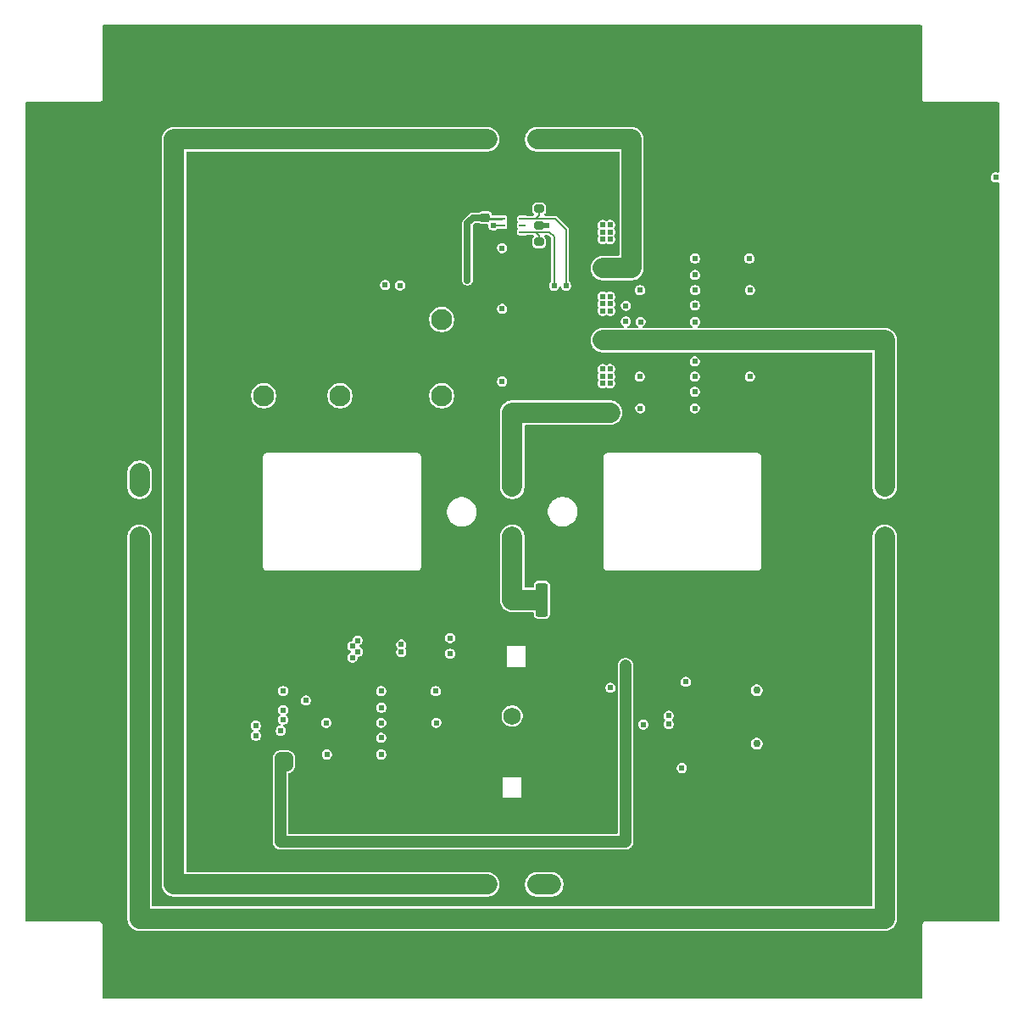
<source format=gbr>
%TF.GenerationSoftware,KiCad,Pcbnew,9.0.1*%
%TF.CreationDate,2025-06-25T17:23:05-04:00*%
%TF.ProjectId,-Z,2d5a2e6b-6963-4616-945f-706362585858,rev?*%
%TF.SameCoordinates,Original*%
%TF.FileFunction,Copper,L1,Top*%
%TF.FilePolarity,Positive*%
%FSLAX46Y46*%
G04 Gerber Fmt 4.6, Leading zero omitted, Abs format (unit mm)*
G04 Created by KiCad (PCBNEW 9.0.1) date 2025-06-25 17:23:05*
%MOMM*%
%LPD*%
G01*
G04 APERTURE LIST*
G04 Aperture macros list*
%AMRoundRect*
0 Rectangle with rounded corners*
0 $1 Rounding radius*
0 $2 $3 $4 $5 $6 $7 $8 $9 X,Y pos of 4 corners*
0 Add a 4 corners polygon primitive as box body*
4,1,4,$2,$3,$4,$5,$6,$7,$8,$9,$2,$3,0*
0 Add four circle primitives for the rounded corners*
1,1,$1+$1,$2,$3*
1,1,$1+$1,$4,$5*
1,1,$1+$1,$6,$7*
1,1,$1+$1,$8,$9*
0 Add four rect primitives between the rounded corners*
20,1,$1+$1,$2,$3,$4,$5,0*
20,1,$1+$1,$4,$5,$6,$7,0*
20,1,$1+$1,$6,$7,$8,$9,0*
20,1,$1+$1,$8,$9,$2,$3,0*%
G04 Aperture macros list end*
%TA.AperFunction,ComponentPad*%
%ADD10C,0.762000*%
%TD*%
%TA.AperFunction,ComponentPad*%
%ADD11C,3.800000*%
%TD*%
%TA.AperFunction,ConnectorPad*%
%ADD12C,5.600000*%
%TD*%
%TA.AperFunction,SMDPad,CuDef*%
%ADD13RoundRect,0.200000X0.275000X-0.200000X0.275000X0.200000X-0.275000X0.200000X-0.275000X-0.200000X0*%
%TD*%
%TA.AperFunction,ComponentPad*%
%ADD14C,1.500000*%
%TD*%
%TA.AperFunction,SMDPad,CuDef*%
%ADD15R,0.660400X0.254000*%
%TD*%
%TA.AperFunction,SMDPad,CuDef*%
%ADD16R,0.762000X1.447800*%
%TD*%
%TA.AperFunction,ComponentPad*%
%ADD17C,1.727200*%
%TD*%
%TA.AperFunction,SMDPad,CuDef*%
%ADD18RoundRect,0.225000X-0.250000X0.225000X-0.250000X-0.225000X0.250000X-0.225000X0.250000X0.225000X0*%
%TD*%
%TA.AperFunction,SMDPad,CuDef*%
%ADD19RoundRect,0.250000X-0.362500X-1.425000X0.362500X-1.425000X0.362500X1.425000X-0.362500X1.425000X0*%
%TD*%
%TA.AperFunction,ComponentPad*%
%ADD20C,2.100000*%
%TD*%
%TA.AperFunction,ViaPad*%
%ADD21C,0.609600*%
%TD*%
%TA.AperFunction,ViaPad*%
%ADD22C,0.762000*%
%TD*%
%TA.AperFunction,Conductor*%
%ADD23C,2.032000*%
%TD*%
%TA.AperFunction,Conductor*%
%ADD24C,0.635000*%
%TD*%
%TA.AperFunction,Conductor*%
%ADD25C,0.254000*%
%TD*%
%TA.AperFunction,Conductor*%
%ADD26C,1.143000*%
%TD*%
%TA.AperFunction,Conductor*%
%ADD27C,0.203200*%
%TD*%
G04 APERTURE END LIST*
D10*
%TO.P,H2,1,1*%
%TO.N,GND*%
X144200001Y-145800000D03*
X143555751Y-147355750D03*
X143555751Y-144244250D03*
X142000001Y-148000000D03*
D11*
X142000001Y-145800000D03*
D12*
X142000001Y-145800000D03*
D10*
X142000001Y-143600000D03*
X140444251Y-147355750D03*
X140444251Y-144244250D03*
X139800001Y-145800000D03*
%TD*%
D13*
%TO.P,R1,1*%
%TO.N,/Light Sensor/ADDR*%
X166692401Y-71399600D03*
%TO.P,R1,2*%
%TO.N,/Light Sensor/I2C Protection/DEVICE*%
X166692401Y-69749600D03*
%TD*%
%TO.P,R2,1*%
%TO.N,/Light Sensor/I2C Protection1/DEVICE*%
X166692400Y-73050600D03*
%TO.P,R2,2*%
%TO.N,/Light Sensor/ADDR*%
X166692400Y-71400600D03*
%TD*%
D14*
%TO.P,JP5,1,A*%
%TO.N,/Burn Wires/VBURN3*%
X164000001Y-96100000D03*
X164000001Y-97499999D03*
%TO.P,JP5,2,B*%
%TO.N,Net-(JP5-B)*%
X164000001Y-102499999D03*
X164000001Y-103899998D03*
%TD*%
D10*
%TO.P,H8,1,1*%
%TO.N,GND*%
X212000000Y-121999999D03*
X211355750Y-123555749D03*
X211355750Y-120444249D03*
X209800000Y-124199999D03*
D11*
X209800000Y-121999999D03*
D12*
X209800000Y-121999999D03*
D10*
X209800000Y-119799999D03*
X208244250Y-123555749D03*
X208244250Y-120444249D03*
X207600000Y-121999999D03*
%TD*%
%TO.P,H5,1,1*%
%TO.N,GND*%
X144200001Y-54200000D03*
X143555751Y-55755750D03*
X143555751Y-52644250D03*
X142000001Y-56400000D03*
D11*
X142000001Y-54200000D03*
D12*
X142000001Y-54200000D03*
D10*
X142000001Y-52000000D03*
X140444251Y-55755750D03*
X140444251Y-52644250D03*
X139800001Y-54200000D03*
%TD*%
D15*
%TO.P,U1,1,VDD*%
%TO.N,/Light Sensor/LS_3V3*%
X162971301Y-70749601D03*
%TO.P,U1,2,ADDR*%
%TO.N,/Light Sensor/ADDR*%
X162971301Y-71399600D03*
%TO.P,U1,3,GND*%
%TO.N,GND*%
X162971301Y-72049599D03*
%TO.P,U1,4,SCL*%
%TO.N,/Light Sensor/I2C Protection1/DEVICE*%
X165028701Y-72049599D03*
%TO.P,U1,5,INT*%
%TO.N,unconnected-(U1-INT-Pad5)*%
X165028701Y-71399600D03*
%TO.P,U1,6,SDA*%
%TO.N,/Light Sensor/I2C Protection/DEVICE*%
X165028701Y-70749601D03*
D16*
%TO.P,U1,7,EPAD*%
%TO.N,GND*%
X164000001Y-71399600D03*
%TD*%
D10*
%TO.P,H7,1,1*%
%TO.N,GND*%
X212000000Y-78000000D03*
X211355750Y-79555750D03*
X211355750Y-76444250D03*
X209800000Y-80200000D03*
D11*
X209800000Y-78000000D03*
D12*
X209800000Y-78000000D03*
D10*
X209800000Y-75800000D03*
X208244250Y-79555750D03*
X208244250Y-76444250D03*
X207600000Y-78000000D03*
%TD*%
D17*
%TO.P,AE3,1,A*%
%TO.N,/Interfaces/GPS*%
X164000000Y-120400000D03*
%TD*%
D18*
%TO.P,C1,1*%
%TO.N,/Light Sensor/LS_3V3*%
X161307600Y-70624599D03*
%TO.P,C1,2*%
%TO.N,GND*%
X161307600Y-72174599D03*
%TD*%
D14*
%TO.P,JP1,1,A*%
%TO.N,/Burn Wires/VBURN1*%
X167900000Y-62789000D03*
X166500001Y-62789000D03*
%TO.P,JP1,2,B*%
%TO.N,Net-(JP1-B)*%
X161500001Y-62789000D03*
X160100002Y-62789000D03*
%TD*%
D10*
%TO.P,H4,1,1*%
%TO.N,GND*%
X120400001Y-78000000D03*
X119755751Y-79555750D03*
X119755751Y-76444250D03*
X118200001Y-80200000D03*
D11*
X118200001Y-78000000D03*
D12*
X118200001Y-78000000D03*
D10*
X118200001Y-75800000D03*
X116644251Y-79555750D03*
X116644251Y-76444250D03*
X116000001Y-78000000D03*
%TD*%
D19*
%TO.P,R36,1*%
%TO.N,GND*%
X161037501Y-108788400D03*
%TO.P,R36,2*%
%TO.N,Net-(JP5-B)*%
X166962501Y-108788400D03*
%TD*%
D10*
%TO.P,H3,1,1*%
%TO.N,GND*%
X120400001Y-121999999D03*
X119755751Y-123555749D03*
X119755751Y-120444249D03*
X118200001Y-124199999D03*
D11*
X118200001Y-121999999D03*
D12*
X118200001Y-121999999D03*
D10*
X118200001Y-119799999D03*
X116644251Y-123555749D03*
X116644251Y-120444249D03*
X116000001Y-121999999D03*
%TD*%
D14*
%TO.P,JP4,1,A*%
%TO.N,Net-(JP3-B)*%
X126789000Y-103899999D03*
X126789000Y-102500000D03*
%TO.P,JP4,2,B*%
%TO.N,Net-(JP4-B)*%
X126789000Y-97500000D03*
X126789000Y-96100001D03*
%TD*%
D10*
%TO.P,H1,1,1*%
%TO.N,GND*%
X188200000Y-145800000D03*
X187555750Y-147355750D03*
X187555750Y-144244250D03*
X186000000Y-148000000D03*
D11*
X186000000Y-145800000D03*
D12*
X186000000Y-145800000D03*
D10*
X186000000Y-143600000D03*
X184444250Y-147355750D03*
X184444250Y-144244250D03*
X183800000Y-145800000D03*
%TD*%
%TO.P,H6,1,1*%
%TO.N,GND*%
X188200000Y-54200000D03*
X187555750Y-55755750D03*
X187555750Y-52644250D03*
X186000000Y-56400000D03*
D11*
X186000000Y-54200000D03*
D12*
X186000000Y-54200000D03*
D10*
X186000000Y-52000000D03*
X184444250Y-55755750D03*
X184444250Y-52644250D03*
X183800000Y-54200000D03*
%TD*%
D20*
%TO.P,U2,11,11*%
%TO.N,/Burn Wires/VBURN_A_IN*%
X146793600Y-88417600D03*
%TO.P,U2,12,12*%
%TO.N,GND*%
X139173600Y-80797600D03*
%TO.P,U2,14,14*%
%TO.N,VBATT*%
X139173600Y-88417600D03*
%TO.P,U2,A1,A1*%
X156953600Y-88417600D03*
%TO.P,U2,A2,A2*%
%TO.N,Net-(D1-A)*%
X156953600Y-80797600D03*
%TD*%
D14*
%TO.P,JP3,1,A*%
%TO.N,/Burn Wires/VBURN2*%
X201211001Y-97500000D03*
X201211001Y-96100001D03*
%TO.P,JP3,2,B*%
%TO.N,Net-(JP3-B)*%
X201211001Y-103899999D03*
X201211001Y-102500000D03*
%TD*%
%TO.P,JP2,1,A*%
%TO.N,Net-(JP1-B)*%
X161500001Y-137211000D03*
X160100002Y-137211000D03*
%TO.P,JP2,2,B*%
%TO.N,Net-(JP2-B)*%
X167900000Y-137211000D03*
X166500001Y-137211000D03*
%TD*%
D21*
%TO.N,GND*%
X161400000Y-128372600D03*
X165100000Y-110900000D03*
X162900000Y-113000000D03*
X163600000Y-111600000D03*
X162200000Y-125972600D03*
X162200000Y-129172600D03*
X165100000Y-115900000D03*
X165000001Y-125972600D03*
X185670201Y-121018798D03*
X165800000Y-125972600D03*
X165500000Y-121200000D03*
X162500000Y-119600000D03*
X163000001Y-121968599D03*
X166600000Y-126772600D03*
X166600000Y-128372600D03*
X164400000Y-115900000D03*
X163000001Y-125171799D03*
X152888399Y-123395400D03*
X163000001Y-125972600D03*
X165000001Y-122769399D03*
X162900000Y-110900000D03*
X164000000Y-118600000D03*
X162925001Y-113756200D03*
X184243801Y-80213400D03*
X165100000Y-111600000D03*
X163000000Y-118900000D03*
X165000001Y-124370999D03*
X165000000Y-118900000D03*
X162900000Y-111600000D03*
X164000000Y-129172600D03*
X161400000Y-125972600D03*
X163600000Y-110900000D03*
X165875001Y-114391200D03*
X165875001Y-115026200D03*
X163000001Y-122769399D03*
X148920200Y-118719600D03*
X165800000Y-112300000D03*
X165800000Y-111600000D03*
X162925001Y-114391200D03*
X165000001Y-121968599D03*
X162200000Y-120400000D03*
X163000001Y-123570199D03*
X166600000Y-127572600D03*
X162925001Y-115026200D03*
X165000001Y-125171799D03*
X161400000Y-127572600D03*
X162900000Y-115900000D03*
X163000000Y-129172600D03*
X162500000Y-121200000D03*
X162900000Y-110200000D03*
X166600000Y-125972600D03*
X165500000Y-119600000D03*
X165000000Y-129172600D03*
X179265400Y-84379000D03*
X165800000Y-120400000D03*
X165000001Y-123570199D03*
X182165000Y-120497799D03*
X163000001Y-124370999D03*
X161400000Y-129172600D03*
X161400000Y-126772600D03*
X165875001Y-113756200D03*
X165900000Y-115900000D03*
X162900000Y-112300000D03*
X163703000Y-115900000D03*
X165800000Y-113000000D03*
X184228800Y-88820999D03*
X165800000Y-129172600D03*
X180281401Y-75514399D03*
X166600000Y-129172600D03*
%TO.N,BURN_RELAY_A*%
X148556800Y-112852399D03*
X152798600Y-77380800D03*
%TO.N,SDA*%
X182237201Y-89661200D03*
X182252200Y-74699600D03*
X141114601Y-119796799D03*
X150917600Y-124230600D03*
%TO.N,SCL*%
X150917599Y-117907000D03*
X182252201Y-81023200D03*
X141114601Y-117896800D03*
%TO.N,/Burn Wires/VBURN1*%
X173042401Y-74955600D03*
X173779001Y-74955600D03*
X173779000Y-76378000D03*
X173779001Y-75666799D03*
X173042400Y-76378000D03*
X173042401Y-75666799D03*
%TO.N,/Burn Wires/VBURN2*%
X173042400Y-83566200D03*
X173779001Y-82143800D03*
X173779000Y-83566200D03*
X173042401Y-82143800D03*
X173779001Y-82854999D03*
X173042401Y-82854999D03*
%TO.N,/Burn Wires/VBURN3*%
X173042400Y-90805200D03*
X173042401Y-89382800D03*
X173779000Y-89382799D03*
X173779001Y-90093999D03*
X173779000Y-90805200D03*
X173042401Y-90093999D03*
%TO.N,SCL_M*%
X182237200Y-84987599D03*
X179625001Y-120370803D03*
%TO.N,SDA_M*%
X182237200Y-88011199D03*
X179625001Y-121209000D03*
%TO.N,SCL_IO*%
X150926600Y-119565999D03*
X152925600Y-113258796D03*
%TO.N,BURN_EN1*%
X162984001Y-73660200D03*
X148048800Y-114554200D03*
%TO.N,BURN_EN2*%
X162984001Y-79743000D03*
X148559567Y-113977544D03*
%TO.N,SDA_IO*%
X152925600Y-114020800D03*
X150917599Y-122580599D03*
%TO.N,BURN_EN3*%
X148044222Y-113416236D03*
X162984001Y-86982000D03*
%TO.N,/Light Sensor/LS_3V3*%
X182262601Y-77861400D03*
X187687802Y-74699600D03*
X187750800Y-77861400D03*
X176753600Y-77861399D03*
X159529601Y-76885999D03*
X176816600Y-81023200D03*
X175353801Y-80985701D03*
%TO.N,COIL_DRIVER_EN*%
X141114601Y-120751799D03*
X173812200Y-117589800D03*
%TO.N,/GPIO Expander/GE_3V3*%
X145418999Y-121068800D03*
X157802401Y-114173301D03*
X156416200Y-121068800D03*
X156353200Y-117907000D03*
X150907199Y-121068799D03*
X145482000Y-124230600D03*
%TO.N,/Burn Wires/VBURN_A_IN*%
X151300001Y-77355399D03*
X173779001Y-71348799D03*
X173779000Y-78511599D03*
X173779000Y-87173000D03*
X173779000Y-72771199D03*
X173779001Y-79222800D03*
X173779000Y-79934000D03*
X173042401Y-71348799D03*
X173779001Y-86461800D03*
X173042401Y-86461800D03*
X173042400Y-72060000D03*
X173042401Y-87172999D03*
X173042401Y-79933999D03*
X173779000Y-72060000D03*
X173042400Y-78511599D03*
X173042401Y-72771200D03*
X173779000Y-85750600D03*
X173042400Y-85750600D03*
X173042401Y-79222800D03*
%TO.N,3V3_P*%
X175353801Y-79410698D03*
X138398801Y-122359991D03*
X180945800Y-125590000D03*
X138398801Y-121359989D03*
X177085200Y-121234401D03*
X181340000Y-116992600D03*
X176738601Y-86499399D03*
X140873001Y-121869400D03*
X157802401Y-112598298D03*
X187735801Y-86499399D03*
X143389601Y-118846800D03*
X176801600Y-89661200D03*
X182247600Y-86499399D03*
%TO.N,VBATT_M*%
X175308401Y-116306800D03*
X175308400Y-115375902D03*
X140835201Y-124612600D03*
X175308401Y-117246600D03*
X141546400Y-125323799D03*
X141546400Y-124612600D03*
X140835201Y-125323799D03*
%TO.N,/Light Sensor/I2C Protection/DEVICE*%
X182252201Y-76349600D03*
X169384801Y-77419400D03*
%TO.N,/Light Sensor/I2C Protection1/DEVICE*%
X182252201Y-79373200D03*
X168191001Y-77419400D03*
%TO.N,/Light Sensor/ADDR*%
X162118879Y-71401124D03*
X167454400Y-71399599D03*
D22*
%TO.N,/Coil Driver/coil*%
X188438800Y-123164801D03*
X188438801Y-117830802D03*
D21*
X212285401Y-66599000D03*
%TD*%
D23*
%TO.N,Net-(JP1-B)*%
X131742000Y-62789000D02*
X130218001Y-62789000D01*
X130218001Y-62789000D02*
X130218001Y-137211000D01*
X161500000Y-62789000D02*
X131742000Y-62789000D01*
X130218001Y-137211000D02*
X161500000Y-137211000D01*
%TO.N,/Burn Wires/VBURN1*%
X175912600Y-62789000D02*
X175912601Y-75666799D01*
X166500001Y-62789000D02*
X175912600Y-62789000D01*
X175912601Y-75666799D02*
X173042401Y-75666799D01*
%TO.N,/Burn Wires/VBURN2*%
X173042401Y-82854999D02*
X201211001Y-82854999D01*
X201211001Y-82854999D02*
X201211001Y-97500000D01*
%TO.N,Net-(JP2-B)*%
X166500001Y-137211000D02*
X167900000Y-137211000D01*
%TO.N,Net-(JP3-B)*%
X201211000Y-140640000D02*
X201211001Y-102500000D01*
X126789001Y-140640000D02*
X201211000Y-140640000D01*
X126789000Y-102500000D02*
X126789001Y-140640000D01*
%TO.N,/Burn Wires/VBURN3*%
X164000001Y-90094000D02*
X164000001Y-97499999D01*
X173779001Y-90093999D02*
X164000001Y-90094000D01*
%TO.N,Net-(JP4-B)*%
X126789000Y-97500000D02*
X126789000Y-96100000D01*
%TO.N,Net-(JP5-B)*%
X164000000Y-102500000D02*
X164000000Y-108788400D01*
X164000000Y-108788400D02*
X166400000Y-108788400D01*
D24*
%TO.N,/Light Sensor/LS_3V3*%
X159529600Y-71145600D02*
X160050601Y-70624599D01*
D25*
X161432602Y-70749601D02*
X161307601Y-70624600D01*
X162996701Y-70749601D02*
X161432602Y-70749601D01*
D24*
X160050601Y-70624599D02*
X161307601Y-70624600D01*
X159529601Y-76885999D02*
X159529600Y-71145600D01*
D26*
%TO.N,VBATT_M*%
X141546400Y-125323799D02*
X140835201Y-125323799D01*
X140835201Y-132969199D02*
X140835201Y-124612600D01*
X175308401Y-117246600D02*
X175308401Y-116306800D01*
X175308401Y-116306800D02*
X175308400Y-115375902D01*
X141546400Y-124612600D02*
X140835201Y-124612600D01*
X141546400Y-124612600D02*
X141546400Y-125323799D01*
X175308401Y-132969200D02*
X140835201Y-132969199D01*
X175308401Y-117246600D02*
X175308401Y-132969200D01*
D27*
%TO.N,/Light Sensor/I2C Protection/DEVICE*%
X165064502Y-70739199D02*
X165054100Y-70749601D01*
X169384800Y-71831400D02*
X168292600Y-70739200D01*
X166692400Y-70383599D02*
X166692401Y-69749600D01*
X168292600Y-70739200D02*
X165064502Y-70739199D01*
X166336800Y-70739199D02*
X166692400Y-70383599D01*
X169384801Y-77419400D02*
X169384800Y-71831400D01*
%TO.N,/Light Sensor/I2C Protection1/DEVICE*%
X168191001Y-72517200D02*
X167729400Y-72055600D01*
X166357801Y-72055599D02*
X166692401Y-72390199D01*
X165060101Y-72055599D02*
X165054101Y-72049599D01*
X167729400Y-72055600D02*
X165060101Y-72055599D01*
X166692401Y-72390199D02*
X166692400Y-73050600D01*
X168191001Y-77419400D02*
X168191001Y-72517200D01*
%TO.N,/Light Sensor/ADDR*%
X162118879Y-71401124D02*
X162128065Y-71391939D01*
X162989039Y-71391939D02*
X162996700Y-71399599D01*
X166692401Y-71399599D02*
X167454400Y-71399599D01*
X162128065Y-71391939D02*
X162989039Y-71391939D01*
%TD*%
%TA.AperFunction,Conductor*%
%TO.N,GND*%
G36*
X204882111Y-51395632D02*
G01*
X204918656Y-51445932D01*
X204923580Y-51477019D01*
X204923580Y-58749558D01*
X204949233Y-58845294D01*
X204998787Y-58931123D01*
X204998789Y-58931126D01*
X205068873Y-59001210D01*
X205068875Y-59001211D01*
X205154704Y-59050765D01*
X205154706Y-59050765D01*
X205154707Y-59050766D01*
X205250443Y-59076419D01*
X212522981Y-59076419D01*
X212582112Y-59095632D01*
X212618657Y-59145932D01*
X212623581Y-59177019D01*
X212623581Y-66033373D01*
X212604368Y-66092504D01*
X212554068Y-66129049D01*
X212491894Y-66129049D01*
X212484488Y-66126317D01*
X212481678Y-66125153D01*
X212352351Y-66090500D01*
X212352346Y-66090500D01*
X212218456Y-66090500D01*
X212218450Y-66090500D01*
X212089130Y-66125151D01*
X212089129Y-66125151D01*
X211973174Y-66192099D01*
X211878500Y-66286773D01*
X211811552Y-66402728D01*
X211811552Y-66402729D01*
X211776901Y-66532049D01*
X211776901Y-66665950D01*
X211811552Y-66795270D01*
X211811552Y-66795271D01*
X211811554Y-66795274D01*
X211878500Y-66911226D01*
X211973175Y-67005901D01*
X212086172Y-67071141D01*
X212089129Y-67072848D01*
X212218450Y-67107499D01*
X212218454Y-67107499D01*
X212218456Y-67107500D01*
X212218458Y-67107500D01*
X212352344Y-67107500D01*
X212352346Y-67107500D01*
X212352348Y-67107499D01*
X212352351Y-67107499D01*
X212481675Y-67072847D01*
X212484479Y-67071686D01*
X212486647Y-67071515D01*
X212488044Y-67071141D01*
X212488113Y-67071399D01*
X212546461Y-67066804D01*
X212599475Y-67099288D01*
X212623271Y-67156728D01*
X212623581Y-67164626D01*
X212623581Y-140822980D01*
X212604368Y-140882111D01*
X212554068Y-140918656D01*
X212522981Y-140923580D01*
X205250441Y-140923580D01*
X205154705Y-140949233D01*
X205068876Y-140998787D01*
X205068875Y-140998788D01*
X205068874Y-140998789D01*
X204998790Y-141068873D01*
X204998789Y-141068874D01*
X204998788Y-141068875D01*
X204949234Y-141154704D01*
X204923581Y-141250440D01*
X204923580Y-141250443D01*
X204923580Y-148522980D01*
X204904367Y-148582111D01*
X204854067Y-148618656D01*
X204822980Y-148623580D01*
X123177021Y-148623580D01*
X123117890Y-148604367D01*
X123081345Y-148554067D01*
X123076421Y-148522980D01*
X123076420Y-141250443D01*
X123076419Y-141250440D01*
X123050766Y-141154704D01*
X123001212Y-141068875D01*
X123001211Y-141068873D01*
X122931127Y-140998789D01*
X122931124Y-140998787D01*
X122845295Y-140949233D01*
X122749559Y-140923580D01*
X122749557Y-140923580D01*
X115477020Y-140923580D01*
X115417889Y-140904367D01*
X115381344Y-140854067D01*
X115376420Y-140822980D01*
X115376420Y-102404000D01*
X125569300Y-102404000D01*
X125569300Y-140735994D01*
X125569301Y-140735999D01*
X125599332Y-140925607D01*
X125599336Y-140925623D01*
X125658659Y-141108202D01*
X125745815Y-141279253D01*
X125745820Y-141279262D01*
X125796892Y-141349557D01*
X125858664Y-141434580D01*
X125858666Y-141434582D01*
X125994419Y-141570335D01*
X126149739Y-141683181D01*
X126149747Y-141683185D01*
X126320798Y-141770341D01*
X126503377Y-141829664D01*
X126503380Y-141829664D01*
X126503387Y-141829667D01*
X126503392Y-141829667D01*
X126503393Y-141829668D01*
X126693001Y-141859699D01*
X126693006Y-141859700D01*
X126693008Y-141859700D01*
X201306995Y-141859700D01*
X201306999Y-141859699D01*
X201496614Y-141829667D01*
X201679202Y-141770341D01*
X201850262Y-141683181D01*
X202005582Y-141570335D01*
X202141335Y-141434582D01*
X202254181Y-141279262D01*
X202341341Y-141108202D01*
X202400667Y-140925614D01*
X202430700Y-140735993D01*
X202430701Y-102404007D01*
X202400668Y-102214386D01*
X202341342Y-102031798D01*
X202341342Y-102031797D01*
X202254186Y-101860746D01*
X202254182Y-101860738D01*
X202141336Y-101705418D01*
X202005583Y-101569665D01*
X202005581Y-101569663D01*
X201897612Y-101491220D01*
X201850263Y-101456819D01*
X201850257Y-101456816D01*
X201850254Y-101456814D01*
X201679203Y-101369658D01*
X201496624Y-101310335D01*
X201496608Y-101310331D01*
X201307000Y-101280300D01*
X201306994Y-101280300D01*
X201115008Y-101280300D01*
X201115001Y-101280300D01*
X200925393Y-101310331D01*
X200925377Y-101310335D01*
X200742798Y-101369658D01*
X200571747Y-101456814D01*
X200571736Y-101456821D01*
X200416420Y-101569663D01*
X200280664Y-101705419D01*
X200167822Y-101860735D01*
X200167815Y-101860746D01*
X200080659Y-102031797D01*
X200021336Y-102214376D01*
X200021332Y-102214392D01*
X199991301Y-102404000D01*
X199991300Y-102404005D01*
X199991300Y-139319700D01*
X199972087Y-139378831D01*
X199921787Y-139415376D01*
X199890700Y-139420300D01*
X128109301Y-139420300D01*
X128050170Y-139401087D01*
X128013625Y-139350787D01*
X128008701Y-139319700D01*
X128008700Y-102404005D01*
X128008699Y-102404000D01*
X127978668Y-102214392D01*
X127978667Y-102214391D01*
X127978667Y-102214386D01*
X127919341Y-102031798D01*
X127919341Y-102031797D01*
X127832185Y-101860746D01*
X127832181Y-101860738D01*
X127719335Y-101705418D01*
X127583582Y-101569665D01*
X127583580Y-101569663D01*
X127475611Y-101491220D01*
X127428262Y-101456819D01*
X127428256Y-101456816D01*
X127428253Y-101456814D01*
X127257202Y-101369658D01*
X127074623Y-101310335D01*
X127074607Y-101310331D01*
X126884999Y-101280300D01*
X126884993Y-101280300D01*
X126693007Y-101280300D01*
X126693000Y-101280300D01*
X126503392Y-101310331D01*
X126503376Y-101310335D01*
X126320797Y-101369658D01*
X126149746Y-101456814D01*
X126149735Y-101456821D01*
X125994419Y-101569663D01*
X125858663Y-101705419D01*
X125745821Y-101860735D01*
X125745814Y-101860746D01*
X125658658Y-102031797D01*
X125599335Y-102214376D01*
X125599331Y-102214392D01*
X125569300Y-102404000D01*
X115376420Y-102404000D01*
X115376420Y-96004000D01*
X125569300Y-96004000D01*
X125569300Y-97595999D01*
X125599331Y-97785607D01*
X125599335Y-97785623D01*
X125658658Y-97968202D01*
X125745814Y-98139253D01*
X125745819Y-98139262D01*
X125802242Y-98216922D01*
X125858663Y-98294580D01*
X125858664Y-98294581D01*
X125858665Y-98294582D01*
X125994418Y-98430335D01*
X126149738Y-98543181D01*
X126149744Y-98543184D01*
X126149746Y-98543185D01*
X126320797Y-98630341D01*
X126503376Y-98689664D01*
X126503379Y-98689664D01*
X126503386Y-98689667D01*
X126503391Y-98689667D01*
X126503392Y-98689668D01*
X126693000Y-98719699D01*
X126693005Y-98719700D01*
X126693007Y-98719700D01*
X126884995Y-98719700D01*
X126884999Y-98719699D01*
X127074614Y-98689667D01*
X127257202Y-98630341D01*
X127428262Y-98543181D01*
X127583582Y-98430335D01*
X127719335Y-98294582D01*
X127832181Y-98139262D01*
X127919341Y-97968202D01*
X127978667Y-97785614D01*
X128008700Y-97595993D01*
X128008700Y-96004007D01*
X127978667Y-95814386D01*
X127919341Y-95631798D01*
X127919341Y-95631797D01*
X127832185Y-95460746D01*
X127832181Y-95460738D01*
X127719335Y-95305418D01*
X127583582Y-95169665D01*
X127583580Y-95169663D01*
X127505922Y-95113242D01*
X127428262Y-95056819D01*
X127428256Y-95056816D01*
X127428253Y-95056814D01*
X127257202Y-94969658D01*
X127074623Y-94910335D01*
X127074607Y-94910331D01*
X126884999Y-94880300D01*
X126884993Y-94880300D01*
X126693007Y-94880300D01*
X126693000Y-94880300D01*
X126503392Y-94910331D01*
X126503376Y-94910335D01*
X126320797Y-94969658D01*
X126149746Y-95056814D01*
X126149735Y-95056821D01*
X125994419Y-95169663D01*
X125858663Y-95305419D01*
X125745821Y-95460735D01*
X125745814Y-95460746D01*
X125658658Y-95631797D01*
X125599335Y-95814376D01*
X125599331Y-95814392D01*
X125569300Y-96004000D01*
X115376420Y-96004000D01*
X115376420Y-62693000D01*
X128998301Y-62693000D01*
X128998301Y-137306999D01*
X129028332Y-137496607D01*
X129028336Y-137496623D01*
X129087659Y-137679202D01*
X129174815Y-137850253D01*
X129174820Y-137850262D01*
X129231243Y-137927922D01*
X129287664Y-138005580D01*
X129287666Y-138005582D01*
X129423419Y-138141335D01*
X129578739Y-138254181D01*
X129578747Y-138254185D01*
X129749798Y-138341341D01*
X129932377Y-138400664D01*
X129932380Y-138400664D01*
X129932387Y-138400667D01*
X129932392Y-138400667D01*
X129932393Y-138400668D01*
X130122001Y-138430699D01*
X130122006Y-138430700D01*
X130122008Y-138430700D01*
X161595995Y-138430700D01*
X161595999Y-138430699D01*
X161785614Y-138400667D01*
X161968202Y-138341341D01*
X162139262Y-138254181D01*
X162294582Y-138141335D01*
X162430335Y-138005582D01*
X162543181Y-137850262D01*
X162630341Y-137679202D01*
X162689667Y-137496614D01*
X162719700Y-137306993D01*
X162719700Y-137115007D01*
X162719699Y-137115000D01*
X165280301Y-137115000D01*
X165280301Y-137306999D01*
X165310332Y-137496607D01*
X165310336Y-137496623D01*
X165369659Y-137679202D01*
X165456815Y-137850253D01*
X165456820Y-137850262D01*
X165513243Y-137927922D01*
X165569664Y-138005580D01*
X165569666Y-138005582D01*
X165705419Y-138141335D01*
X165860739Y-138254181D01*
X165860747Y-138254185D01*
X166031798Y-138341341D01*
X166214377Y-138400664D01*
X166214380Y-138400664D01*
X166214387Y-138400667D01*
X166214392Y-138400667D01*
X166214393Y-138400668D01*
X166404001Y-138430699D01*
X166404006Y-138430700D01*
X166404008Y-138430700D01*
X167995995Y-138430700D01*
X167995999Y-138430699D01*
X168185614Y-138400667D01*
X168368202Y-138341341D01*
X168539262Y-138254181D01*
X168694582Y-138141335D01*
X168830335Y-138005582D01*
X168943181Y-137850262D01*
X169030341Y-137679202D01*
X169089667Y-137496614D01*
X169119700Y-137306993D01*
X169119700Y-137115007D01*
X169089667Y-136925386D01*
X169030341Y-136742798D01*
X169030341Y-136742797D01*
X168943185Y-136571746D01*
X168943181Y-136571738D01*
X168830335Y-136416418D01*
X168694582Y-136280665D01*
X168694580Y-136280663D01*
X168616922Y-136224242D01*
X168539262Y-136167819D01*
X168539256Y-136167816D01*
X168539253Y-136167814D01*
X168368202Y-136080658D01*
X168185623Y-136021335D01*
X168185607Y-136021331D01*
X167995999Y-135991300D01*
X167995993Y-135991300D01*
X166404008Y-135991300D01*
X166404001Y-135991300D01*
X166214393Y-136021331D01*
X166214377Y-136021335D01*
X166031798Y-136080658D01*
X165860747Y-136167814D01*
X165860736Y-136167821D01*
X165705420Y-136280663D01*
X165569664Y-136416419D01*
X165456822Y-136571735D01*
X165456815Y-136571746D01*
X165369659Y-136742797D01*
X165310336Y-136925376D01*
X165310332Y-136925392D01*
X165280301Y-137115000D01*
X162719699Y-137115000D01*
X162689667Y-136925386D01*
X162630341Y-136742798D01*
X162630341Y-136742797D01*
X162543185Y-136571746D01*
X162543181Y-136571738D01*
X162430335Y-136416418D01*
X162294582Y-136280665D01*
X162294580Y-136280663D01*
X162216922Y-136224242D01*
X162139262Y-136167819D01*
X162139256Y-136167816D01*
X162139253Y-136167814D01*
X161968202Y-136080658D01*
X161785623Y-136021335D01*
X161785607Y-136021331D01*
X161595999Y-135991300D01*
X161595993Y-135991300D01*
X131538301Y-135991300D01*
X131479170Y-135972087D01*
X131442625Y-135921787D01*
X131437701Y-135890700D01*
X131437701Y-124536249D01*
X140060001Y-124536249D01*
X140060001Y-133045549D01*
X140089790Y-133195315D01*
X140089791Y-133195317D01*
X140148228Y-133336394D01*
X140148229Y-133336395D01*
X140233062Y-133463358D01*
X140341041Y-133571337D01*
X140372567Y-133592402D01*
X140468006Y-133656172D01*
X140609083Y-133714609D01*
X140758850Y-133744399D01*
X175212037Y-133744399D01*
X175212041Y-133744400D01*
X175232050Y-133744400D01*
X175384751Y-133744400D01*
X175384752Y-133744400D01*
X175534519Y-133714610D01*
X175675596Y-133656173D01*
X175802562Y-133571337D01*
X175910538Y-133463361D01*
X175995374Y-133336395D01*
X176053811Y-133195318D01*
X176083601Y-133045551D01*
X176083601Y-132892849D01*
X176083601Y-132892848D01*
X176083601Y-125523049D01*
X180437300Y-125523049D01*
X180437300Y-125656950D01*
X180471951Y-125786270D01*
X180471951Y-125786271D01*
X180471953Y-125786274D01*
X180538899Y-125902226D01*
X180633574Y-125996901D01*
X180657601Y-126010773D01*
X180749528Y-126063848D01*
X180878849Y-126098499D01*
X180878853Y-126098499D01*
X180878855Y-126098500D01*
X180878857Y-126098500D01*
X181012743Y-126098500D01*
X181012745Y-126098500D01*
X181012747Y-126098499D01*
X181012750Y-126098499D01*
X181142070Y-126063848D01*
X181142071Y-126063848D01*
X181142071Y-126063847D01*
X181142074Y-126063847D01*
X181258026Y-125996901D01*
X181352701Y-125902226D01*
X181419647Y-125786274D01*
X181454300Y-125656945D01*
X181454300Y-125523055D01*
X181454299Y-125523053D01*
X181454299Y-125523049D01*
X181419648Y-125393729D01*
X181419648Y-125393728D01*
X181352700Y-125277773D01*
X181258026Y-125183099D01*
X181142071Y-125116151D01*
X181012750Y-125081500D01*
X181012745Y-125081500D01*
X180878855Y-125081500D01*
X180878849Y-125081500D01*
X180749529Y-125116151D01*
X180749528Y-125116151D01*
X180633573Y-125183099D01*
X180538899Y-125277773D01*
X180471951Y-125393728D01*
X180471951Y-125393729D01*
X180437300Y-125523049D01*
X176083601Y-125523049D01*
X176083601Y-123087821D01*
X187854100Y-123087821D01*
X187854100Y-123241780D01*
X187893948Y-123390490D01*
X187970924Y-123523815D01*
X188079785Y-123632676D01*
X188079784Y-123632676D01*
X188213110Y-123709652D01*
X188213111Y-123709652D01*
X188213114Y-123709654D01*
X188361823Y-123749501D01*
X188361825Y-123749501D01*
X188515775Y-123749501D01*
X188515777Y-123749501D01*
X188664486Y-123709654D01*
X188797814Y-123632677D01*
X188906676Y-123523815D01*
X188983653Y-123390487D01*
X189023500Y-123241778D01*
X189023500Y-123087824D01*
X188983653Y-122939115D01*
X188906676Y-122805787D01*
X188797814Y-122696925D01*
X188797815Y-122696925D01*
X188664489Y-122619949D01*
X188664486Y-122619948D01*
X188624644Y-122609272D01*
X188515779Y-122580101D01*
X188515777Y-122580101D01*
X188361823Y-122580101D01*
X188361820Y-122580101D01*
X188213110Y-122619949D01*
X188079785Y-122696925D01*
X187970924Y-122805786D01*
X187893948Y-122939111D01*
X187854100Y-123087821D01*
X176083601Y-123087821D01*
X176083601Y-121167450D01*
X176576700Y-121167450D01*
X176576700Y-121301351D01*
X176611351Y-121430671D01*
X176611351Y-121430672D01*
X176637349Y-121475701D01*
X176678299Y-121546627D01*
X176772974Y-121641302D01*
X176844931Y-121682847D01*
X176888928Y-121708249D01*
X177018249Y-121742900D01*
X177018253Y-121742900D01*
X177018255Y-121742901D01*
X177018257Y-121742901D01*
X177152143Y-121742901D01*
X177152145Y-121742901D01*
X177152147Y-121742900D01*
X177152150Y-121742900D01*
X177281470Y-121708249D01*
X177281471Y-121708249D01*
X177281471Y-121708248D01*
X177281474Y-121708248D01*
X177397426Y-121641302D01*
X177492101Y-121546627D01*
X177559047Y-121430675D01*
X177572350Y-121381026D01*
X177593699Y-121301351D01*
X177593700Y-121301344D01*
X177593700Y-121167457D01*
X177593699Y-121167450D01*
X177559048Y-121038130D01*
X177559048Y-121038129D01*
X177544383Y-121012729D01*
X177492101Y-120922175D01*
X177397426Y-120827500D01*
X177332304Y-120789901D01*
X177281471Y-120760552D01*
X177152150Y-120725901D01*
X177152145Y-120725901D01*
X177018255Y-120725901D01*
X177018249Y-120725901D01*
X176888929Y-120760552D01*
X176888928Y-120760552D01*
X176772973Y-120827500D01*
X176678299Y-120922174D01*
X176611351Y-121038129D01*
X176611351Y-121038130D01*
X176576700Y-121167450D01*
X176083601Y-121167450D01*
X176083601Y-120303852D01*
X179116501Y-120303852D01*
X179116501Y-120437753D01*
X179151152Y-120567073D01*
X179151152Y-120567074D01*
X179218100Y-120683029D01*
X179253837Y-120718766D01*
X179282063Y-120774164D01*
X179272337Y-120835572D01*
X179253838Y-120861035D01*
X179218100Y-120896773D01*
X179151152Y-121012728D01*
X179151152Y-121012729D01*
X179116501Y-121142049D01*
X179116501Y-121275950D01*
X179151152Y-121405270D01*
X179151152Y-121405271D01*
X179191815Y-121475700D01*
X179218100Y-121521226D01*
X179312775Y-121615901D01*
X179428727Y-121682847D01*
X179428729Y-121682848D01*
X179558050Y-121717499D01*
X179558054Y-121717499D01*
X179558056Y-121717500D01*
X179558058Y-121717500D01*
X179691944Y-121717500D01*
X179691946Y-121717500D01*
X179691948Y-121717499D01*
X179691951Y-121717499D01*
X179821271Y-121682848D01*
X179821272Y-121682848D01*
X179821272Y-121682847D01*
X179821275Y-121682847D01*
X179937227Y-121615901D01*
X180031902Y-121521226D01*
X180098848Y-121405274D01*
X180126695Y-121301346D01*
X180133500Y-121275950D01*
X180133501Y-121275943D01*
X180133501Y-121142056D01*
X180133500Y-121142049D01*
X180098849Y-121012729D01*
X180098849Y-121012728D01*
X180092572Y-121001856D01*
X180031902Y-120896774D01*
X179996163Y-120861035D01*
X179967938Y-120805638D01*
X179977664Y-120744230D01*
X179996162Y-120718768D01*
X180031902Y-120683029D01*
X180098848Y-120567077D01*
X180133012Y-120439573D01*
X180133500Y-120437753D01*
X180133501Y-120437746D01*
X180133501Y-120303859D01*
X180133500Y-120303852D01*
X180098849Y-120174532D01*
X180098849Y-120174531D01*
X180098848Y-120174529D01*
X180031902Y-120058577D01*
X179937227Y-119963902D01*
X179821275Y-119896956D01*
X179821272Y-119896954D01*
X179691951Y-119862303D01*
X179691946Y-119862303D01*
X179558056Y-119862303D01*
X179558050Y-119862303D01*
X179428730Y-119896954D01*
X179428729Y-119896954D01*
X179312774Y-119963902D01*
X179218100Y-120058576D01*
X179151152Y-120174531D01*
X179151152Y-120174532D01*
X179116501Y-120303852D01*
X176083601Y-120303852D01*
X176083601Y-117753822D01*
X187854101Y-117753822D01*
X187854101Y-117907781D01*
X187893949Y-118056491D01*
X187970925Y-118189816D01*
X188079786Y-118298677D01*
X188079785Y-118298677D01*
X188213111Y-118375653D01*
X188213112Y-118375653D01*
X188213115Y-118375655D01*
X188361824Y-118415502D01*
X188361826Y-118415502D01*
X188515776Y-118415502D01*
X188515778Y-118415502D01*
X188664487Y-118375655D01*
X188797815Y-118298678D01*
X188906677Y-118189816D01*
X188983654Y-118056488D01*
X189023501Y-117907779D01*
X189023501Y-117753825D01*
X188983654Y-117605116D01*
X188977682Y-117594773D01*
X188936161Y-117522856D01*
X188906677Y-117471788D01*
X188797815Y-117362926D01*
X188797816Y-117362926D01*
X188664490Y-117285950D01*
X188664487Y-117285949D01*
X188624645Y-117275273D01*
X188515780Y-117246102D01*
X188515778Y-117246102D01*
X188361824Y-117246102D01*
X188361821Y-117246102D01*
X188213111Y-117285950D01*
X188079786Y-117362926D01*
X187970925Y-117471787D01*
X187893949Y-117605112D01*
X187854101Y-117753822D01*
X176083601Y-117753822D01*
X176083601Y-117170249D01*
X176083601Y-116925649D01*
X180831500Y-116925649D01*
X180831500Y-117059550D01*
X180866151Y-117188870D01*
X180866151Y-117188871D01*
X180866153Y-117188874D01*
X180933099Y-117304826D01*
X181027774Y-117399501D01*
X181143726Y-117466447D01*
X181143728Y-117466448D01*
X181273049Y-117501099D01*
X181273053Y-117501099D01*
X181273055Y-117501100D01*
X181273057Y-117501100D01*
X181406943Y-117501100D01*
X181406945Y-117501100D01*
X181406947Y-117501099D01*
X181406950Y-117501099D01*
X181516341Y-117471788D01*
X181536270Y-117466448D01*
X181536271Y-117466448D01*
X181536271Y-117466447D01*
X181536274Y-117466447D01*
X181652226Y-117399501D01*
X181746901Y-117304826D01*
X181813847Y-117188874D01*
X181848500Y-117059545D01*
X181848500Y-116925655D01*
X181848499Y-116925653D01*
X181848499Y-116925649D01*
X181813848Y-116796329D01*
X181813848Y-116796328D01*
X181746900Y-116680373D01*
X181652226Y-116585699D01*
X181536271Y-116518751D01*
X181406950Y-116484100D01*
X181406945Y-116484100D01*
X181273055Y-116484100D01*
X181273049Y-116484100D01*
X181143729Y-116518751D01*
X181143728Y-116518751D01*
X181027773Y-116585699D01*
X180933099Y-116680373D01*
X180866151Y-116796328D01*
X180866151Y-116796329D01*
X180831500Y-116925649D01*
X176083601Y-116925649D01*
X176083601Y-116230449D01*
X176083601Y-116210441D01*
X176083600Y-116210435D01*
X176083600Y-115299550D01*
X176053810Y-115149783D01*
X175995373Y-115008706D01*
X175910536Y-114881740D01*
X175802560Y-114773764D01*
X175760620Y-114745741D01*
X175675598Y-114688931D01*
X175675590Y-114688927D01*
X175627184Y-114668876D01*
X175534517Y-114630492D01*
X175534513Y-114630491D01*
X175534516Y-114630491D01*
X175414539Y-114606627D01*
X175384750Y-114600702D01*
X175232048Y-114600702D01*
X175202259Y-114606627D01*
X175082282Y-114630491D01*
X174941211Y-114688925D01*
X174941204Y-114688929D01*
X174814239Y-114773765D01*
X174706263Y-114881740D01*
X174706263Y-114881741D01*
X174621429Y-115008703D01*
X174621425Y-115008711D01*
X174562989Y-115149786D01*
X174533200Y-115299552D01*
X174533201Y-116230449D01*
X174533201Y-132093399D01*
X174513988Y-132152530D01*
X174463688Y-132189075D01*
X174432601Y-132193999D01*
X141711001Y-132193999D01*
X141651870Y-132174786D01*
X141615325Y-132124486D01*
X141610401Y-132093399D01*
X141610401Y-128597599D01*
X163050001Y-128597599D01*
X164950001Y-128597599D01*
X164950001Y-126507599D01*
X163050001Y-126507599D01*
X163050001Y-128597599D01*
X141610401Y-128597599D01*
X141610401Y-126184016D01*
X141629614Y-126124885D01*
X141679914Y-126088340D01*
X141691375Y-126085349D01*
X141772518Y-126069209D01*
X141913595Y-126010772D01*
X142040561Y-125925936D01*
X142148537Y-125817960D01*
X142233373Y-125690994D01*
X142291810Y-125549917D01*
X142321600Y-125400150D01*
X142321600Y-124536249D01*
X142291810Y-124386482D01*
X142233373Y-124245405D01*
X142226666Y-124235367D01*
X142211690Y-124212953D01*
X142211688Y-124212951D01*
X142178746Y-124163649D01*
X144973500Y-124163649D01*
X144973500Y-124297550D01*
X145008151Y-124426870D01*
X145008151Y-124426871D01*
X145008153Y-124426874D01*
X145075099Y-124542826D01*
X145169774Y-124637501D01*
X145285726Y-124704447D01*
X145285728Y-124704448D01*
X145415049Y-124739099D01*
X145415053Y-124739099D01*
X145415055Y-124739100D01*
X145415057Y-124739100D01*
X145548943Y-124739100D01*
X145548945Y-124739100D01*
X145548947Y-124739099D01*
X145548950Y-124739099D01*
X145678270Y-124704448D01*
X145678271Y-124704448D01*
X145678271Y-124704447D01*
X145678274Y-124704447D01*
X145794226Y-124637501D01*
X145888901Y-124542826D01*
X145955847Y-124426874D01*
X145990500Y-124297545D01*
X145990500Y-124163655D01*
X145990499Y-124163653D01*
X145990499Y-124163649D01*
X150409100Y-124163649D01*
X150409100Y-124297550D01*
X150443751Y-124426870D01*
X150443751Y-124426871D01*
X150443753Y-124426874D01*
X150510699Y-124542826D01*
X150605374Y-124637501D01*
X150721326Y-124704447D01*
X150721328Y-124704448D01*
X150850649Y-124739099D01*
X150850653Y-124739099D01*
X150850655Y-124739100D01*
X150850657Y-124739100D01*
X150984543Y-124739100D01*
X150984545Y-124739100D01*
X150984547Y-124739099D01*
X150984550Y-124739099D01*
X151113870Y-124704448D01*
X151113871Y-124704448D01*
X151113871Y-124704447D01*
X151113874Y-124704447D01*
X151229826Y-124637501D01*
X151324501Y-124542826D01*
X151391447Y-124426874D01*
X151426100Y-124297545D01*
X151426100Y-124163655D01*
X151426099Y-124163653D01*
X151426099Y-124163649D01*
X151391448Y-124034329D01*
X151391448Y-124034328D01*
X151377668Y-124010461D01*
X151324501Y-123918374D01*
X151229826Y-123823699D01*
X151113874Y-123756753D01*
X151113871Y-123756751D01*
X150984550Y-123722100D01*
X150984545Y-123722100D01*
X150850655Y-123722100D01*
X150850649Y-123722100D01*
X150721329Y-123756751D01*
X150721328Y-123756751D01*
X150605373Y-123823699D01*
X150510699Y-123918373D01*
X150443751Y-124034328D01*
X150443751Y-124034329D01*
X150409100Y-124163649D01*
X145990499Y-124163649D01*
X145955848Y-124034329D01*
X145955848Y-124034328D01*
X145942068Y-124010461D01*
X145888901Y-123918374D01*
X145794226Y-123823699D01*
X145678274Y-123756753D01*
X145678271Y-123756751D01*
X145548950Y-123722100D01*
X145548945Y-123722100D01*
X145415055Y-123722100D01*
X145415049Y-123722100D01*
X145285729Y-123756751D01*
X145285728Y-123756751D01*
X145169773Y-123823699D01*
X145075099Y-123918373D01*
X145008151Y-124034328D01*
X145008151Y-124034329D01*
X144973500Y-124163649D01*
X142178746Y-124163649D01*
X142148538Y-124118440D01*
X142040559Y-124010461D01*
X141977506Y-123968331D01*
X141913595Y-123925627D01*
X141913592Y-123925625D01*
X141913591Y-123925625D01*
X141865185Y-123905574D01*
X141772518Y-123867190D01*
X141772514Y-123867189D01*
X141772517Y-123867189D01*
X141652540Y-123843325D01*
X141622751Y-123837400D01*
X140911552Y-123837400D01*
X140758850Y-123837400D01*
X140729061Y-123843325D01*
X140609084Y-123867189D01*
X140468009Y-123925625D01*
X140341041Y-124010461D01*
X140341040Y-124010463D01*
X140233064Y-124118439D01*
X140233062Y-124118440D01*
X140148226Y-124245408D01*
X140089790Y-124386483D01*
X140060001Y-124536249D01*
X131437701Y-124536249D01*
X131437701Y-121293038D01*
X137890301Y-121293038D01*
X137890301Y-121426939D01*
X137924952Y-121556259D01*
X137924952Y-121556260D01*
X137991900Y-121672215D01*
X138086576Y-121766891D01*
X138096930Y-121772869D01*
X138138532Y-121819074D01*
X138145029Y-121880908D01*
X138113941Y-121934752D01*
X138096930Y-121947111D01*
X138086576Y-121953088D01*
X138086575Y-121953090D01*
X137991900Y-122047764D01*
X137924952Y-122163719D01*
X137924952Y-122163720D01*
X137890301Y-122293040D01*
X137890301Y-122426941D01*
X137924952Y-122556261D01*
X137924952Y-122556262D01*
X137977654Y-122647542D01*
X137991900Y-122672217D01*
X138086575Y-122766892D01*
X138153942Y-122805787D01*
X138202529Y-122833839D01*
X138331850Y-122868490D01*
X138331854Y-122868490D01*
X138331856Y-122868491D01*
X138331858Y-122868491D01*
X138465744Y-122868491D01*
X138465746Y-122868491D01*
X138465748Y-122868490D01*
X138465751Y-122868490D01*
X138595071Y-122833839D01*
X138595072Y-122833839D01*
X138595072Y-122833838D01*
X138595075Y-122833838D01*
X138711027Y-122766892D01*
X138805702Y-122672217D01*
X138872648Y-122556265D01*
X138884065Y-122513655D01*
X138884067Y-122513648D01*
X150409099Y-122513648D01*
X150409099Y-122647549D01*
X150443750Y-122776869D01*
X150443750Y-122776870D01*
X150510698Y-122892825D01*
X150605373Y-122987500D01*
X150721325Y-123054446D01*
X150721327Y-123054447D01*
X150850648Y-123089098D01*
X150850652Y-123089098D01*
X150850654Y-123089099D01*
X150850656Y-123089099D01*
X150984542Y-123089099D01*
X150984544Y-123089099D01*
X150984546Y-123089098D01*
X150984549Y-123089098D01*
X151113869Y-123054447D01*
X151113870Y-123054447D01*
X151113870Y-123054446D01*
X151113873Y-123054446D01*
X151229825Y-122987500D01*
X151324500Y-122892825D01*
X151391446Y-122776873D01*
X151426099Y-122647544D01*
X151426099Y-122513654D01*
X151426098Y-122513652D01*
X151426098Y-122513648D01*
X151391447Y-122384328D01*
X151391447Y-122384327D01*
X151367729Y-122343247D01*
X151324500Y-122268373D01*
X151229825Y-122173698D01*
X151113873Y-122106752D01*
X151113870Y-122106750D01*
X150984549Y-122072099D01*
X150984544Y-122072099D01*
X150850654Y-122072099D01*
X150850648Y-122072099D01*
X150721328Y-122106750D01*
X150721327Y-122106750D01*
X150605372Y-122173698D01*
X150510698Y-122268372D01*
X150443750Y-122384327D01*
X150443750Y-122384328D01*
X150409099Y-122513648D01*
X138884067Y-122513648D01*
X138892809Y-122481023D01*
X138907300Y-122426941D01*
X138907301Y-122426934D01*
X138907301Y-122293047D01*
X138907300Y-122293040D01*
X138872649Y-122163720D01*
X138872649Y-122163719D01*
X138872648Y-122163717D01*
X138805702Y-122047765D01*
X138711027Y-121953090D01*
X138711022Y-121953086D01*
X138700674Y-121947112D01*
X138659071Y-121900908D01*
X138652571Y-121839075D01*
X138673717Y-121802449D01*
X140364501Y-121802449D01*
X140364501Y-121936350D01*
X140399152Y-122065670D01*
X140399152Y-122065671D01*
X140422871Y-122106752D01*
X140466100Y-122181626D01*
X140560775Y-122276301D01*
X140676727Y-122343247D01*
X140676729Y-122343248D01*
X140806050Y-122377899D01*
X140806054Y-122377899D01*
X140806056Y-122377900D01*
X140806058Y-122377900D01*
X140939944Y-122377900D01*
X140939946Y-122377900D01*
X140939948Y-122377899D01*
X140939951Y-122377899D01*
X141069271Y-122343248D01*
X141069272Y-122343248D01*
X141069272Y-122343247D01*
X141069275Y-122343247D01*
X141185227Y-122276301D01*
X141279902Y-122181626D01*
X141346848Y-122065674D01*
X141352893Y-122043112D01*
X141381500Y-121936350D01*
X141381501Y-121936343D01*
X141381501Y-121802456D01*
X141381500Y-121802449D01*
X141346849Y-121673129D01*
X141346849Y-121673128D01*
X141328474Y-121641302D01*
X141279902Y-121557174D01*
X141185227Y-121462499D01*
X141185225Y-121462497D01*
X141155185Y-121445153D01*
X141113583Y-121398947D01*
X141107086Y-121337114D01*
X141138174Y-121283270D01*
X141179451Y-121260860D01*
X141181545Y-121260299D01*
X141181546Y-121260299D01*
X141310871Y-121225647D01*
X141310872Y-121225647D01*
X141310872Y-121225646D01*
X141310875Y-121225646D01*
X141426827Y-121158700D01*
X141521502Y-121064025D01*
X141557400Y-121001849D01*
X144910499Y-121001849D01*
X144910499Y-121135750D01*
X144945150Y-121265070D01*
X144945150Y-121265071D01*
X144956127Y-121284083D01*
X145012098Y-121381026D01*
X145106773Y-121475701D01*
X145222725Y-121542647D01*
X145222727Y-121542648D01*
X145352048Y-121577299D01*
X145352052Y-121577299D01*
X145352054Y-121577300D01*
X145352056Y-121577300D01*
X145485942Y-121577300D01*
X145485944Y-121577300D01*
X145485946Y-121577299D01*
X145485949Y-121577299D01*
X145615269Y-121542648D01*
X145615270Y-121542648D01*
X145615270Y-121542647D01*
X145615273Y-121542647D01*
X145731225Y-121475701D01*
X145825900Y-121381026D01*
X145892846Y-121265074D01*
X145903411Y-121225646D01*
X145927498Y-121135750D01*
X145927499Y-121135743D01*
X145927499Y-121001853D01*
X145927498Y-121001848D01*
X150398699Y-121001848D01*
X150398699Y-121135749D01*
X150433350Y-121265069D01*
X150433350Y-121265070D01*
X150479977Y-121345829D01*
X150500298Y-121381025D01*
X150594973Y-121475700D01*
X150594975Y-121475701D01*
X150710927Y-121542647D01*
X150840248Y-121577298D01*
X150840252Y-121577298D01*
X150840254Y-121577299D01*
X150840256Y-121577299D01*
X150974142Y-121577299D01*
X150974144Y-121577299D01*
X150974146Y-121577298D01*
X150974149Y-121577298D01*
X151088615Y-121546627D01*
X151103469Y-121542647D01*
X151103470Y-121542647D01*
X151103470Y-121542646D01*
X151103473Y-121542646D01*
X151219425Y-121475700D01*
X151314100Y-121381025D01*
X151381046Y-121265073D01*
X151408204Y-121163717D01*
X151415698Y-121135749D01*
X151415699Y-121135742D01*
X151415699Y-121001855D01*
X151415698Y-121001849D01*
X155907700Y-121001849D01*
X155907700Y-121135750D01*
X155942351Y-121265070D01*
X155942351Y-121265071D01*
X155953328Y-121284083D01*
X156009299Y-121381026D01*
X156103974Y-121475701D01*
X156219926Y-121542647D01*
X156219928Y-121542648D01*
X156349249Y-121577299D01*
X156349253Y-121577299D01*
X156349255Y-121577300D01*
X156349257Y-121577300D01*
X156483143Y-121577300D01*
X156483145Y-121577300D01*
X156483147Y-121577299D01*
X156483150Y-121577299D01*
X156612470Y-121542648D01*
X156612471Y-121542648D01*
X156612471Y-121542647D01*
X156612474Y-121542647D01*
X156728426Y-121475701D01*
X156823101Y-121381026D01*
X156890047Y-121265074D01*
X156900612Y-121225646D01*
X156924699Y-121135750D01*
X156924700Y-121135743D01*
X156924700Y-121001856D01*
X156924699Y-121001849D01*
X156890048Y-120872529D01*
X156890048Y-120872528D01*
X156883413Y-120861036D01*
X156823101Y-120756574D01*
X156728426Y-120661899D01*
X156612474Y-120594953D01*
X156612471Y-120594951D01*
X156483150Y-120560300D01*
X156483145Y-120560300D01*
X156349255Y-120560300D01*
X156349249Y-120560300D01*
X156219929Y-120594951D01*
X156219928Y-120594951D01*
X156103973Y-120661899D01*
X156009299Y-120756573D01*
X155942351Y-120872528D01*
X155942351Y-120872529D01*
X155907700Y-121001849D01*
X151415698Y-121001849D01*
X151415698Y-121001848D01*
X151381047Y-120872528D01*
X151381047Y-120872527D01*
X151374412Y-120861035D01*
X151314100Y-120756573D01*
X151219425Y-120661898D01*
X151103473Y-120594952D01*
X151103470Y-120594950D01*
X150974149Y-120560299D01*
X150974144Y-120560299D01*
X150840254Y-120560299D01*
X150840248Y-120560299D01*
X150710928Y-120594950D01*
X150710927Y-120594950D01*
X150594972Y-120661898D01*
X150500298Y-120756572D01*
X150433350Y-120872527D01*
X150433350Y-120872528D01*
X150398699Y-121001848D01*
X145927498Y-121001848D01*
X145892847Y-120872529D01*
X145892847Y-120872528D01*
X145886212Y-120861036D01*
X145825900Y-120756574D01*
X145731225Y-120661899D01*
X145615273Y-120594953D01*
X145615270Y-120594951D01*
X145485949Y-120560300D01*
X145485944Y-120560300D01*
X145352054Y-120560300D01*
X145352048Y-120560300D01*
X145222728Y-120594951D01*
X145222727Y-120594951D01*
X145106772Y-120661899D01*
X145012098Y-120756573D01*
X144945150Y-120872528D01*
X144945150Y-120872529D01*
X144910499Y-121001849D01*
X141557400Y-121001849D01*
X141588448Y-120948073D01*
X141595387Y-120922175D01*
X141623100Y-120818749D01*
X141623101Y-120818742D01*
X141623101Y-120684855D01*
X141623100Y-120684848D01*
X141588449Y-120555528D01*
X141588449Y-120555527D01*
X141559346Y-120505120D01*
X141521502Y-120439573D01*
X141427363Y-120345434D01*
X141401605Y-120294880D01*
X162932700Y-120294880D01*
X162932700Y-120505120D01*
X162945024Y-120567077D01*
X162973716Y-120711322D01*
X163054169Y-120905552D01*
X163054173Y-120905560D01*
X163170972Y-121080362D01*
X163319637Y-121229027D01*
X163494439Y-121345826D01*
X163494441Y-121345827D01*
X163494444Y-121345829D01*
X163529472Y-121360338D01*
X163688677Y-121426283D01*
X163688678Y-121426283D01*
X163688680Y-121426284D01*
X163894880Y-121467300D01*
X163894881Y-121467300D01*
X164105119Y-121467300D01*
X164105120Y-121467300D01*
X164311320Y-121426284D01*
X164505556Y-121345829D01*
X164680364Y-121229026D01*
X164829026Y-121080364D01*
X164945829Y-120905556D01*
X165026284Y-120711320D01*
X165067300Y-120505120D01*
X165067300Y-120294880D01*
X165026284Y-120088680D01*
X164945829Y-119894444D01*
X164925319Y-119863749D01*
X164829027Y-119719637D01*
X164680362Y-119570972D01*
X164505560Y-119454173D01*
X164505552Y-119454169D01*
X164311322Y-119373716D01*
X164173853Y-119346372D01*
X164105120Y-119332700D01*
X163894880Y-119332700D01*
X163843330Y-119342954D01*
X163688677Y-119373716D01*
X163494447Y-119454169D01*
X163494439Y-119454173D01*
X163319637Y-119570972D01*
X163319636Y-119570974D01*
X163170974Y-119719636D01*
X163170972Y-119719637D01*
X163054173Y-119894439D01*
X163054169Y-119894447D01*
X162973716Y-120088677D01*
X162950837Y-120203700D01*
X162932700Y-120294880D01*
X141401605Y-120294880D01*
X141399137Y-120290036D01*
X141408863Y-120228628D01*
X141427363Y-120203164D01*
X141455998Y-120174529D01*
X141521502Y-120109025D01*
X141588448Y-119993073D01*
X141614203Y-119896954D01*
X141623100Y-119863749D01*
X141623101Y-119863742D01*
X141623101Y-119729855D01*
X141623100Y-119729848D01*
X141588449Y-119600528D01*
X141588449Y-119600527D01*
X141555097Y-119542761D01*
X141555096Y-119542759D01*
X141529860Y-119499048D01*
X150418100Y-119499048D01*
X150418100Y-119632949D01*
X150452751Y-119762269D01*
X150452751Y-119762270D01*
X150452753Y-119762273D01*
X150519699Y-119878225D01*
X150614374Y-119972900D01*
X150730326Y-120039846D01*
X150730328Y-120039847D01*
X150859649Y-120074498D01*
X150859653Y-120074498D01*
X150859655Y-120074499D01*
X150859657Y-120074499D01*
X150993543Y-120074499D01*
X150993545Y-120074499D01*
X150993547Y-120074498D01*
X150993550Y-120074498D01*
X151122870Y-120039847D01*
X151122871Y-120039847D01*
X151122871Y-120039846D01*
X151122874Y-120039846D01*
X151238826Y-119972900D01*
X151333501Y-119878225D01*
X151400447Y-119762273D01*
X151409133Y-119729855D01*
X151435099Y-119632949D01*
X151435100Y-119632942D01*
X151435100Y-119499055D01*
X151435099Y-119499048D01*
X151400448Y-119369728D01*
X151400448Y-119369727D01*
X151400447Y-119369725D01*
X151333501Y-119253773D01*
X151238826Y-119159098D01*
X151122874Y-119092152D01*
X151122871Y-119092150D01*
X150993550Y-119057499D01*
X150993545Y-119057499D01*
X150859655Y-119057499D01*
X150859649Y-119057499D01*
X150730329Y-119092150D01*
X150730328Y-119092150D01*
X150614373Y-119159098D01*
X150519699Y-119253772D01*
X150452751Y-119369727D01*
X150452751Y-119369728D01*
X150418100Y-119499048D01*
X141529860Y-119499048D01*
X141521503Y-119484574D01*
X141426827Y-119389898D01*
X141310872Y-119322950D01*
X141181551Y-119288299D01*
X141181546Y-119288299D01*
X141047656Y-119288299D01*
X141047650Y-119288299D01*
X140918330Y-119322950D01*
X140918329Y-119322950D01*
X140802374Y-119389898D01*
X140707700Y-119484572D01*
X140640752Y-119600527D01*
X140640752Y-119600528D01*
X140606101Y-119729848D01*
X140606101Y-119863749D01*
X140640752Y-119993069D01*
X140640752Y-119993070D01*
X140707700Y-120109025D01*
X140801839Y-120203164D01*
X140830065Y-120258562D01*
X140820339Y-120319970D01*
X140801839Y-120345434D01*
X140707700Y-120439572D01*
X140640752Y-120555527D01*
X140640752Y-120555528D01*
X140606101Y-120684848D01*
X140606101Y-120818749D01*
X140640752Y-120948069D01*
X140640752Y-120948070D01*
X140707700Y-121064025D01*
X140802375Y-121158700D01*
X140802379Y-121158703D01*
X140832415Y-121176045D01*
X140874017Y-121222250D01*
X140880515Y-121284083D01*
X140849427Y-121337927D01*
X140808151Y-121360338D01*
X140676730Y-121395551D01*
X140676729Y-121395551D01*
X140560774Y-121462499D01*
X140466100Y-121557173D01*
X140399152Y-121673128D01*
X140399152Y-121673129D01*
X140364501Y-121802449D01*
X138673717Y-121802449D01*
X138683658Y-121785230D01*
X138684760Y-121784253D01*
X138692161Y-121777782D01*
X138711027Y-121766890D01*
X138805702Y-121672215D01*
X138872648Y-121556263D01*
X138894234Y-121475701D01*
X138907300Y-121426939D01*
X138907301Y-121426932D01*
X138907301Y-121293045D01*
X138907300Y-121293038D01*
X138872649Y-121163718D01*
X138872649Y-121163717D01*
X138869754Y-121158703D01*
X138805702Y-121047763D01*
X138711027Y-120953088D01*
X138657483Y-120922174D01*
X138595072Y-120886140D01*
X138465751Y-120851489D01*
X138465746Y-120851489D01*
X138331856Y-120851489D01*
X138331850Y-120851489D01*
X138202530Y-120886140D01*
X138202529Y-120886140D01*
X138086574Y-120953088D01*
X137991900Y-121047762D01*
X137924952Y-121163717D01*
X137924952Y-121163718D01*
X137890301Y-121293038D01*
X131437701Y-121293038D01*
X131437701Y-118779849D01*
X142881101Y-118779849D01*
X142881101Y-118913750D01*
X142915752Y-119043070D01*
X142915752Y-119043071D01*
X142982700Y-119159026D01*
X143077375Y-119253701D01*
X143077500Y-119253773D01*
X143193329Y-119320648D01*
X143322650Y-119355299D01*
X143322654Y-119355299D01*
X143322656Y-119355300D01*
X143322658Y-119355300D01*
X143456544Y-119355300D01*
X143456546Y-119355300D01*
X143456548Y-119355299D01*
X143456551Y-119355299D01*
X143585871Y-119320648D01*
X143585872Y-119320648D01*
X143585872Y-119320647D01*
X143585875Y-119320647D01*
X143701827Y-119253701D01*
X143796502Y-119159026D01*
X143863448Y-119043074D01*
X143898101Y-118913745D01*
X143898101Y-118779855D01*
X143898100Y-118779853D01*
X143898100Y-118779849D01*
X143863449Y-118650529D01*
X143863449Y-118650528D01*
X143796501Y-118534573D01*
X143701827Y-118439899D01*
X143585872Y-118372951D01*
X143456551Y-118338300D01*
X143456546Y-118338300D01*
X143322656Y-118338300D01*
X143322650Y-118338300D01*
X143193330Y-118372951D01*
X143193329Y-118372951D01*
X143077374Y-118439899D01*
X142982700Y-118534573D01*
X142915752Y-118650528D01*
X142915752Y-118650529D01*
X142881101Y-118779849D01*
X131437701Y-118779849D01*
X131437701Y-117829849D01*
X140606101Y-117829849D01*
X140606101Y-117963750D01*
X140640752Y-118093070D01*
X140640752Y-118093071D01*
X140643771Y-118098300D01*
X140707700Y-118209026D01*
X140802375Y-118303701D01*
X140918327Y-118370647D01*
X140918329Y-118370648D01*
X141047650Y-118405299D01*
X141047654Y-118405299D01*
X141047656Y-118405300D01*
X141047658Y-118405300D01*
X141181544Y-118405300D01*
X141181546Y-118405300D01*
X141181548Y-118405299D01*
X141181551Y-118405299D01*
X141310871Y-118370648D01*
X141310872Y-118370648D01*
X141310872Y-118370647D01*
X141310875Y-118370647D01*
X141426827Y-118303701D01*
X141521502Y-118209026D01*
X141588448Y-118093074D01*
X141623101Y-117963745D01*
X141623101Y-117840049D01*
X150409099Y-117840049D01*
X150409099Y-117973950D01*
X150443750Y-118103270D01*
X150443750Y-118103271D01*
X150443752Y-118103274D01*
X150510698Y-118219226D01*
X150605373Y-118313901D01*
X150721325Y-118380847D01*
X150721327Y-118380848D01*
X150850648Y-118415499D01*
X150850652Y-118415499D01*
X150850654Y-118415500D01*
X150850656Y-118415500D01*
X150984542Y-118415500D01*
X150984544Y-118415500D01*
X150984546Y-118415499D01*
X150984549Y-118415499D01*
X151113869Y-118380848D01*
X151113870Y-118380848D01*
X151113870Y-118380847D01*
X151113873Y-118380847D01*
X151229825Y-118313901D01*
X151324500Y-118219226D01*
X151391446Y-118103274D01*
X151426099Y-117973945D01*
X151426099Y-117840055D01*
X151426098Y-117840053D01*
X151426098Y-117840049D01*
X155844700Y-117840049D01*
X155844700Y-117973950D01*
X155879351Y-118103270D01*
X155879351Y-118103271D01*
X155879353Y-118103274D01*
X155946299Y-118219226D01*
X156040974Y-118313901D01*
X156156926Y-118380847D01*
X156156928Y-118380848D01*
X156286249Y-118415499D01*
X156286253Y-118415499D01*
X156286255Y-118415500D01*
X156286257Y-118415500D01*
X156420143Y-118415500D01*
X156420145Y-118415500D01*
X156420147Y-118415499D01*
X156420150Y-118415499D01*
X156549470Y-118380848D01*
X156549471Y-118380848D01*
X156549471Y-118380847D01*
X156549474Y-118380847D01*
X156665426Y-118313901D01*
X156760101Y-118219226D01*
X156827047Y-118103274D01*
X156861700Y-117973945D01*
X156861700Y-117840055D01*
X156861699Y-117840053D01*
X156861699Y-117840049D01*
X156827048Y-117710729D01*
X156827048Y-117710728D01*
X156827047Y-117710726D01*
X156760101Y-117594774D01*
X156688176Y-117522849D01*
X173303700Y-117522849D01*
X173303700Y-117656750D01*
X173338351Y-117786070D01*
X173338351Y-117786071D01*
X173338353Y-117786074D01*
X173405299Y-117902026D01*
X173499974Y-117996701D01*
X173603532Y-118056491D01*
X173615928Y-118063648D01*
X173745249Y-118098299D01*
X173745253Y-118098299D01*
X173745255Y-118098300D01*
X173745257Y-118098300D01*
X173879143Y-118098300D01*
X173879145Y-118098300D01*
X173879147Y-118098299D01*
X173879150Y-118098299D01*
X174008470Y-118063648D01*
X174008471Y-118063648D01*
X174008471Y-118063647D01*
X174008474Y-118063647D01*
X174124426Y-117996701D01*
X174219101Y-117902026D01*
X174286047Y-117786074D01*
X174306236Y-117710726D01*
X174320699Y-117656750D01*
X174320700Y-117656743D01*
X174320700Y-117522856D01*
X174320699Y-117522849D01*
X174286048Y-117393529D01*
X174286048Y-117393528D01*
X174219100Y-117277573D01*
X174124426Y-117182899D01*
X174008471Y-117115951D01*
X173879150Y-117081300D01*
X173879145Y-117081300D01*
X173745255Y-117081300D01*
X173745249Y-117081300D01*
X173615929Y-117115951D01*
X173615928Y-117115951D01*
X173499973Y-117182899D01*
X173405299Y-117277573D01*
X173338351Y-117393528D01*
X173338351Y-117393529D01*
X173303700Y-117522849D01*
X156688176Y-117522849D01*
X156665426Y-117500099D01*
X156549474Y-117433153D01*
X156549471Y-117433151D01*
X156420150Y-117398500D01*
X156420145Y-117398500D01*
X156286255Y-117398500D01*
X156286249Y-117398500D01*
X156156929Y-117433151D01*
X156156928Y-117433151D01*
X156040973Y-117500099D01*
X155946299Y-117594773D01*
X155879351Y-117710728D01*
X155879351Y-117710729D01*
X155844700Y-117840049D01*
X151426098Y-117840049D01*
X151391447Y-117710729D01*
X151391447Y-117710728D01*
X151391446Y-117710726D01*
X151324500Y-117594774D01*
X151229825Y-117500099D01*
X151113873Y-117433153D01*
X151113870Y-117433151D01*
X150984549Y-117398500D01*
X150984544Y-117398500D01*
X150850654Y-117398500D01*
X150850648Y-117398500D01*
X150721328Y-117433151D01*
X150721327Y-117433151D01*
X150605372Y-117500099D01*
X150510698Y-117594773D01*
X150443750Y-117710728D01*
X150443750Y-117710729D01*
X150409099Y-117840049D01*
X141623101Y-117840049D01*
X141623101Y-117829855D01*
X141623100Y-117829853D01*
X141623100Y-117829849D01*
X141588449Y-117700529D01*
X141588449Y-117700528D01*
X141588448Y-117700526D01*
X141521502Y-117584574D01*
X141426827Y-117489899D01*
X141328542Y-117433153D01*
X141310872Y-117422951D01*
X141181551Y-117388300D01*
X141181546Y-117388300D01*
X141047656Y-117388300D01*
X141047650Y-117388300D01*
X140918330Y-117422951D01*
X140918329Y-117422951D01*
X140802374Y-117489899D01*
X140707700Y-117584573D01*
X140640752Y-117700528D01*
X140640752Y-117700529D01*
X140606101Y-117829849D01*
X131437701Y-117829849D01*
X131437701Y-115491200D01*
X163450001Y-115491200D01*
X165350001Y-115491200D01*
X165350001Y-113401200D01*
X163450001Y-113401200D01*
X163450001Y-115491200D01*
X131437701Y-115491200D01*
X131437701Y-113349285D01*
X147535722Y-113349285D01*
X147535722Y-113483186D01*
X147570373Y-113612506D01*
X147570373Y-113612507D01*
X147622818Y-113703343D01*
X147637321Y-113728462D01*
X147731996Y-113823137D01*
X147847948Y-113890083D01*
X147847950Y-113890084D01*
X147854041Y-113892607D01*
X147853002Y-113895113D01*
X147895508Y-113922694D01*
X147917811Y-113980731D01*
X147901742Y-114040792D01*
X147858212Y-114077012D01*
X147858237Y-114077056D01*
X147857986Y-114077200D01*
X147855859Y-114078971D01*
X147852534Y-114080348D01*
X147736573Y-114147299D01*
X147641899Y-114241973D01*
X147574951Y-114357928D01*
X147574951Y-114357929D01*
X147540300Y-114487249D01*
X147540300Y-114621150D01*
X147574951Y-114750470D01*
X147574951Y-114750471D01*
X147588400Y-114773765D01*
X147641899Y-114866426D01*
X147736574Y-114961101D01*
X147819036Y-115008711D01*
X147852528Y-115028048D01*
X147981849Y-115062699D01*
X147981853Y-115062699D01*
X147981855Y-115062700D01*
X147981857Y-115062700D01*
X148115743Y-115062700D01*
X148115745Y-115062700D01*
X148115747Y-115062699D01*
X148115750Y-115062699D01*
X148245070Y-115028048D01*
X148245071Y-115028048D01*
X148245071Y-115028047D01*
X148245074Y-115028047D01*
X148361026Y-114961101D01*
X148455701Y-114866426D01*
X148522647Y-114750474D01*
X148541048Y-114681800D01*
X148557299Y-114621150D01*
X148557300Y-114621143D01*
X148557300Y-114581782D01*
X148576513Y-114522651D01*
X148626813Y-114486106D01*
X148631864Y-114484610D01*
X148755836Y-114451393D01*
X148755838Y-114451392D01*
X148755838Y-114451391D01*
X148755841Y-114451391D01*
X148871793Y-114384445D01*
X148966468Y-114289770D01*
X149033414Y-114173818D01*
X149051492Y-114106350D01*
X149068066Y-114044494D01*
X149068067Y-114044487D01*
X149068067Y-113910600D01*
X149068066Y-113910593D01*
X149033415Y-113781273D01*
X149033415Y-113781272D01*
X149033414Y-113781270D01*
X148966468Y-113665318D01*
X148871793Y-113570643D01*
X148755841Y-113503697D01*
X148751679Y-113501294D01*
X148710077Y-113455089D01*
X148703579Y-113393255D01*
X148734666Y-113339411D01*
X148751680Y-113327050D01*
X148753071Y-113326246D01*
X148753074Y-113326246D01*
X148869026Y-113259300D01*
X148936481Y-113191845D01*
X152417100Y-113191845D01*
X152417100Y-113325746D01*
X152451751Y-113455066D01*
X152451751Y-113455067D01*
X152451753Y-113455070D01*
X152518480Y-113570643D01*
X152518700Y-113571023D01*
X152522713Y-113576253D01*
X152520911Y-113577635D01*
X152544566Y-113624061D01*
X152534840Y-113685469D01*
X152522161Y-113702919D01*
X152522713Y-113703343D01*
X152518700Y-113708572D01*
X152451751Y-113824528D01*
X152451751Y-113824529D01*
X152417100Y-113953849D01*
X152417100Y-114087750D01*
X152451751Y-114217070D01*
X152451751Y-114217071D01*
X152466129Y-114241974D01*
X152518699Y-114333026D01*
X152613374Y-114427701D01*
X152716523Y-114487255D01*
X152729328Y-114494648D01*
X152858649Y-114529299D01*
X152858653Y-114529299D01*
X152858655Y-114529300D01*
X152858657Y-114529300D01*
X152992543Y-114529300D01*
X152992545Y-114529300D01*
X152992547Y-114529299D01*
X152992550Y-114529299D01*
X153121870Y-114494648D01*
X153121871Y-114494648D01*
X153121871Y-114494647D01*
X153121874Y-114494647D01*
X153237826Y-114427701D01*
X153332501Y-114333026D01*
X153399447Y-114217074D01*
X153429115Y-114106350D01*
X157293901Y-114106350D01*
X157293901Y-114240251D01*
X157328552Y-114369571D01*
X157328552Y-114369572D01*
X157375791Y-114451391D01*
X157395500Y-114485527D01*
X157490175Y-114580202D01*
X157606127Y-114647148D01*
X157606129Y-114647149D01*
X157735450Y-114681800D01*
X157735454Y-114681800D01*
X157735456Y-114681801D01*
X157735458Y-114681801D01*
X157869344Y-114681801D01*
X157869346Y-114681801D01*
X157869348Y-114681800D01*
X157869351Y-114681800D01*
X157998671Y-114647149D01*
X157998672Y-114647149D01*
X157998672Y-114647148D01*
X157998675Y-114647148D01*
X158114627Y-114580202D01*
X158209302Y-114485527D01*
X158276248Y-114369575D01*
X158310438Y-114241974D01*
X158310900Y-114240251D01*
X158310901Y-114240244D01*
X158310901Y-114106357D01*
X158310900Y-114106350D01*
X158276249Y-113977030D01*
X158276249Y-113977029D01*
X158244878Y-113922694D01*
X158209302Y-113861075D01*
X158114627Y-113766400D01*
X158005411Y-113703343D01*
X157998672Y-113699452D01*
X157869351Y-113664801D01*
X157869346Y-113664801D01*
X157735456Y-113664801D01*
X157735450Y-113664801D01*
X157606130Y-113699452D01*
X157606129Y-113699452D01*
X157490174Y-113766400D01*
X157395500Y-113861074D01*
X157328552Y-113977029D01*
X157328552Y-113977030D01*
X157293901Y-114106350D01*
X153429115Y-114106350D01*
X153434100Y-114087745D01*
X153434100Y-113953855D01*
X153434099Y-113953853D01*
X153434099Y-113953849D01*
X153399448Y-113824529D01*
X153399448Y-113824528D01*
X153374474Y-113781273D01*
X153332501Y-113708574D01*
X153332499Y-113708572D01*
X153328487Y-113703343D01*
X153330288Y-113701960D01*
X153306634Y-113655535D01*
X153316360Y-113594127D01*
X153329038Y-113576676D01*
X153328487Y-113576253D01*
X153332495Y-113571027D01*
X153332501Y-113571022D01*
X153399447Y-113455070D01*
X153399448Y-113455066D01*
X153399449Y-113455065D01*
X153432023Y-113333494D01*
X153432023Y-113333491D01*
X153434100Y-113325741D01*
X153434100Y-113191851D01*
X153434099Y-113191849D01*
X153434099Y-113191845D01*
X153399448Y-113062525D01*
X153399448Y-113062524D01*
X153332500Y-112946569D01*
X153237826Y-112851895D01*
X153121871Y-112784947D01*
X152992550Y-112750296D01*
X152992545Y-112750296D01*
X152858655Y-112750296D01*
X152858649Y-112750296D01*
X152729329Y-112784947D01*
X152729328Y-112784947D01*
X152613373Y-112851895D01*
X152518699Y-112946569D01*
X152451751Y-113062524D01*
X152451751Y-113062525D01*
X152417100Y-113191845D01*
X148936481Y-113191845D01*
X148963701Y-113164625D01*
X149030647Y-113048673D01*
X149065300Y-112919344D01*
X149065300Y-112785454D01*
X149065299Y-112785452D01*
X149065299Y-112785448D01*
X149030648Y-112656128D01*
X149030648Y-112656127D01*
X148983843Y-112575060D01*
X148963700Y-112540172D01*
X148954875Y-112531347D01*
X157293901Y-112531347D01*
X157293901Y-112665248D01*
X157328552Y-112794568D01*
X157328552Y-112794569D01*
X157328554Y-112794572D01*
X157395500Y-112910524D01*
X157490175Y-113005199D01*
X157589465Y-113062525D01*
X157606129Y-113072146D01*
X157735450Y-113106797D01*
X157735454Y-113106797D01*
X157735456Y-113106798D01*
X157735458Y-113106798D01*
X157869344Y-113106798D01*
X157869346Y-113106798D01*
X157869348Y-113106797D01*
X157869351Y-113106797D01*
X157998671Y-113072146D01*
X157998672Y-113072146D01*
X157998672Y-113072145D01*
X157998675Y-113072145D01*
X158114627Y-113005199D01*
X158209302Y-112910524D01*
X158276248Y-112794572D01*
X158310901Y-112665243D01*
X158310901Y-112531353D01*
X158310900Y-112531351D01*
X158310900Y-112531347D01*
X158276249Y-112402027D01*
X158276249Y-112402026D01*
X158209301Y-112286071D01*
X158114627Y-112191397D01*
X157998672Y-112124449D01*
X157869351Y-112089798D01*
X157869346Y-112089798D01*
X157735456Y-112089798D01*
X157735450Y-112089798D01*
X157606130Y-112124449D01*
X157606129Y-112124449D01*
X157490174Y-112191397D01*
X157395500Y-112286071D01*
X157328552Y-112402026D01*
X157328552Y-112402027D01*
X157293901Y-112531347D01*
X148954875Y-112531347D01*
X148869026Y-112445498D01*
X148753071Y-112378550D01*
X148623750Y-112343899D01*
X148623745Y-112343899D01*
X148489855Y-112343899D01*
X148489849Y-112343899D01*
X148360529Y-112378550D01*
X148360528Y-112378550D01*
X148244573Y-112445498D01*
X148149899Y-112540172D01*
X148082951Y-112656127D01*
X148082951Y-112656128D01*
X148048300Y-112785448D01*
X148048300Y-112811512D01*
X148029087Y-112870643D01*
X147978787Y-112907188D01*
X147973737Y-112908684D01*
X147847951Y-112942387D01*
X147847950Y-112942387D01*
X147731995Y-113009335D01*
X147637321Y-113104009D01*
X147570373Y-113219964D01*
X147570373Y-113219965D01*
X147535722Y-113349285D01*
X131437701Y-113349285D01*
X131437701Y-94450439D01*
X139123580Y-94450439D01*
X139123580Y-105549558D01*
X139149233Y-105645294D01*
X139198787Y-105731123D01*
X139198789Y-105731126D01*
X139268873Y-105801210D01*
X139283848Y-105809855D01*
X139354704Y-105850765D01*
X139354706Y-105850765D01*
X139354707Y-105850766D01*
X139450443Y-105876419D01*
X154549557Y-105876419D01*
X154645293Y-105850766D01*
X154731127Y-105801210D01*
X154801211Y-105731126D01*
X154850767Y-105645292D01*
X154876420Y-105549556D01*
X154876420Y-102404000D01*
X162780300Y-102404000D01*
X162780300Y-108884399D01*
X162810331Y-109074007D01*
X162810335Y-109074023D01*
X162869658Y-109256602D01*
X162956814Y-109427653D01*
X162956819Y-109427662D01*
X163013242Y-109505322D01*
X163069663Y-109582980D01*
X163069665Y-109582982D01*
X163205418Y-109718735D01*
X163360738Y-109831581D01*
X163360746Y-109831585D01*
X163531797Y-109918741D01*
X163714376Y-109978064D01*
X163714379Y-109978064D01*
X163714386Y-109978067D01*
X163714391Y-109978067D01*
X163714392Y-109978068D01*
X163904000Y-110008099D01*
X163904005Y-110008100D01*
X163904007Y-110008100D01*
X166045702Y-110008100D01*
X166104833Y-110027313D01*
X166141378Y-110077613D01*
X166146302Y-110108700D01*
X166146302Y-110268055D01*
X166149174Y-110298698D01*
X166149174Y-110298700D01*
X166149175Y-110298701D01*
X166194347Y-110427795D01*
X166275563Y-110537838D01*
X166385606Y-110619054D01*
X166514700Y-110664226D01*
X166545348Y-110667100D01*
X167379653Y-110667099D01*
X167410302Y-110664226D01*
X167539396Y-110619054D01*
X167649439Y-110537838D01*
X167730655Y-110427795D01*
X167775827Y-110298701D01*
X167778701Y-110268053D01*
X167778700Y-107308748D01*
X167775827Y-107278099D01*
X167730655Y-107149005D01*
X167649439Y-107038962D01*
X167539396Y-106957746D01*
X167410302Y-106912574D01*
X167379654Y-106909700D01*
X167379648Y-106909700D01*
X166545356Y-106909700D01*
X166545345Y-106909701D01*
X166514702Y-106912573D01*
X166385605Y-106957746D01*
X166275563Y-107038961D01*
X166275562Y-107038962D01*
X166194347Y-107149004D01*
X166194347Y-107149005D01*
X166149175Y-107278099D01*
X166146302Y-107308744D01*
X166146301Y-107308752D01*
X166146301Y-107468100D01*
X166127088Y-107527231D01*
X166076788Y-107563776D01*
X166045701Y-107568700D01*
X165320300Y-107568700D01*
X165261169Y-107549487D01*
X165224624Y-107499187D01*
X165219700Y-107468100D01*
X165219700Y-102404005D01*
X165219699Y-102404000D01*
X165189668Y-102214392D01*
X165189667Y-102214391D01*
X165189667Y-102214386D01*
X165130341Y-102031798D01*
X165130341Y-102031797D01*
X165043185Y-101860746D01*
X165043181Y-101860738D01*
X164930335Y-101705418D01*
X164794582Y-101569665D01*
X164794580Y-101569663D01*
X164686611Y-101491220D01*
X164639262Y-101456819D01*
X164639256Y-101456816D01*
X164639253Y-101456814D01*
X164468202Y-101369658D01*
X164285623Y-101310335D01*
X164285607Y-101310331D01*
X164095999Y-101280300D01*
X164095993Y-101280300D01*
X163904007Y-101280300D01*
X163904000Y-101280300D01*
X163714392Y-101310331D01*
X163714376Y-101310335D01*
X163531797Y-101369658D01*
X163360746Y-101456814D01*
X163360735Y-101456821D01*
X163205419Y-101569663D01*
X163069663Y-101705419D01*
X162956821Y-101860735D01*
X162956814Y-101860746D01*
X162869658Y-102031797D01*
X162810335Y-102214376D01*
X162810331Y-102214392D01*
X162780300Y-102404000D01*
X154876420Y-102404000D01*
X154876420Y-99898598D01*
X157483580Y-99898598D01*
X157483580Y-100131001D01*
X157519934Y-100360524D01*
X157519937Y-100360538D01*
X157591747Y-100581548D01*
X157697248Y-100788604D01*
X157697253Y-100788613D01*
X157765551Y-100882618D01*
X157833848Y-100976621D01*
X157833850Y-100976623D01*
X157998177Y-101140950D01*
X158186187Y-101277547D01*
X158186195Y-101277551D01*
X158393251Y-101383052D01*
X158614261Y-101454862D01*
X158614263Y-101454862D01*
X158614271Y-101454865D01*
X158843798Y-101491219D01*
X158843800Y-101491220D01*
X158843803Y-101491220D01*
X159076200Y-101491220D01*
X159076200Y-101491219D01*
X159305729Y-101454865D01*
X159526748Y-101383052D01*
X159733813Y-101277547D01*
X159921823Y-101140950D01*
X160086150Y-100976623D01*
X160222747Y-100788613D01*
X160328252Y-100581548D01*
X160400065Y-100360529D01*
X160436420Y-100130997D01*
X160436420Y-99898603D01*
X160431731Y-99868997D01*
X167563580Y-99868997D01*
X167563580Y-100101400D01*
X167599934Y-100330923D01*
X167599937Y-100330937D01*
X167671747Y-100551947D01*
X167750865Y-100707223D01*
X167777253Y-100759012D01*
X167798761Y-100788615D01*
X167913848Y-100947020D01*
X167913850Y-100947022D01*
X168078177Y-101111349D01*
X168266187Y-101247946D01*
X168266195Y-101247950D01*
X168473251Y-101353451D01*
X168694261Y-101425261D01*
X168694263Y-101425261D01*
X168694271Y-101425264D01*
X168923798Y-101461618D01*
X168923800Y-101461619D01*
X168923803Y-101461619D01*
X169156200Y-101461619D01*
X169156200Y-101461618D01*
X169385729Y-101425264D01*
X169606748Y-101353451D01*
X169813813Y-101247946D01*
X170001823Y-101111349D01*
X170166150Y-100947022D01*
X170302747Y-100759012D01*
X170408252Y-100551947D01*
X170480065Y-100330928D01*
X170516420Y-100101396D01*
X170516420Y-99869002D01*
X170516420Y-99868998D01*
X170516419Y-99868997D01*
X170506244Y-99804756D01*
X170480065Y-99639470D01*
X170408252Y-99418451D01*
X170408252Y-99418450D01*
X170302751Y-99211394D01*
X170302747Y-99211386D01*
X170166150Y-99023376D01*
X170001823Y-98859049D01*
X170001821Y-98859047D01*
X169854548Y-98752048D01*
X169813813Y-98722452D01*
X169813807Y-98722449D01*
X169813804Y-98722447D01*
X169606748Y-98616946D01*
X169385738Y-98545136D01*
X169385724Y-98545133D01*
X169156201Y-98508779D01*
X169156197Y-98508779D01*
X168923803Y-98508779D01*
X168923799Y-98508779D01*
X168694275Y-98545133D01*
X168694261Y-98545136D01*
X168473251Y-98616946D01*
X168266195Y-98722447D01*
X168266184Y-98722454D01*
X168078178Y-98859047D01*
X167913848Y-99023377D01*
X167777255Y-99211383D01*
X167777248Y-99211394D01*
X167671747Y-99418450D01*
X167599937Y-99639460D01*
X167599934Y-99639474D01*
X167563580Y-99868997D01*
X160431731Y-99868997D01*
X160400065Y-99669071D01*
X160400062Y-99669061D01*
X160328252Y-99448051D01*
X160222751Y-99240995D01*
X160222747Y-99240987D01*
X160086150Y-99052977D01*
X159921823Y-98888650D01*
X159921821Y-98888648D01*
X159827818Y-98820351D01*
X159733813Y-98752053D01*
X159733807Y-98752050D01*
X159733804Y-98752048D01*
X159526748Y-98646547D01*
X159305738Y-98574737D01*
X159305724Y-98574734D01*
X159076201Y-98538380D01*
X159076197Y-98538380D01*
X158843803Y-98538380D01*
X158843799Y-98538380D01*
X158614275Y-98574734D01*
X158614261Y-98574737D01*
X158393251Y-98646547D01*
X158186195Y-98752048D01*
X158186184Y-98752055D01*
X157998178Y-98888648D01*
X157833848Y-99052978D01*
X157697255Y-99240984D01*
X157697248Y-99240995D01*
X157591747Y-99448051D01*
X157519937Y-99669061D01*
X157519934Y-99669075D01*
X157483580Y-99898598D01*
X154876420Y-99898598D01*
X154876420Y-94450442D01*
X154850767Y-94354706D01*
X154850766Y-94354704D01*
X154850766Y-94354703D01*
X154801212Y-94268874D01*
X154801211Y-94268872D01*
X154731127Y-94198788D01*
X154731124Y-94198786D01*
X154645295Y-94149232D01*
X154549559Y-94123579D01*
X154549557Y-94123579D01*
X139549557Y-94123579D01*
X139450443Y-94123579D01*
X139450440Y-94123579D01*
X139354704Y-94149232D01*
X139268875Y-94198786D01*
X139268874Y-94198787D01*
X139268873Y-94198788D01*
X139198789Y-94268872D01*
X139198788Y-94268873D01*
X139198787Y-94268874D01*
X139149233Y-94354703D01*
X139123580Y-94450439D01*
X131437701Y-94450439D01*
X131437701Y-89998000D01*
X162780301Y-89998000D01*
X162780301Y-97595998D01*
X162810332Y-97785606D01*
X162810336Y-97785622D01*
X162869659Y-97968201D01*
X162956815Y-98139252D01*
X162956820Y-98139261D01*
X163013243Y-98216921D01*
X163069664Y-98294579D01*
X163205420Y-98430335D01*
X163244249Y-98458545D01*
X163360739Y-98543180D01*
X163360747Y-98543184D01*
X163531798Y-98630340D01*
X163714377Y-98689663D01*
X163714380Y-98689663D01*
X163714387Y-98689666D01*
X163714392Y-98689666D01*
X163714393Y-98689667D01*
X163904001Y-98719698D01*
X163904006Y-98719699D01*
X163904008Y-98719699D01*
X164095996Y-98719699D01*
X164096000Y-98719698D01*
X164285602Y-98689668D01*
X164285615Y-98689666D01*
X164468203Y-98630340D01*
X164639263Y-98543180D01*
X164794583Y-98430334D01*
X164930336Y-98294581D01*
X165043182Y-98139261D01*
X165130342Y-97968201D01*
X165189668Y-97785613D01*
X165219701Y-97595992D01*
X165219701Y-94450440D01*
X173123580Y-94450440D01*
X173123580Y-105549559D01*
X173149233Y-105645295D01*
X173198787Y-105731124D01*
X173198789Y-105731127D01*
X173268873Y-105801211D01*
X173268875Y-105801212D01*
X173354704Y-105850766D01*
X173354706Y-105850766D01*
X173354707Y-105850767D01*
X173450443Y-105876420D01*
X188549557Y-105876420D01*
X188645293Y-105850767D01*
X188645297Y-105850765D01*
X188660268Y-105842121D01*
X188731127Y-105801211D01*
X188801211Y-105731127D01*
X188850767Y-105645293D01*
X188876420Y-105549557D01*
X188876420Y-94450443D01*
X188850767Y-94354707D01*
X188850766Y-94354706D01*
X188850766Y-94354704D01*
X188801212Y-94268875D01*
X188801211Y-94268873D01*
X188731127Y-94198789D01*
X188731122Y-94198786D01*
X188645295Y-94149233D01*
X188549559Y-94123580D01*
X188549557Y-94123580D01*
X173549557Y-94123580D01*
X173450443Y-94123580D01*
X173450440Y-94123580D01*
X173354704Y-94149233D01*
X173268875Y-94198787D01*
X173268874Y-94198788D01*
X173268873Y-94198789D01*
X173198789Y-94268873D01*
X173198788Y-94268874D01*
X173198787Y-94268875D01*
X173149233Y-94354704D01*
X173123580Y-94450440D01*
X165219701Y-94450440D01*
X165219701Y-91414299D01*
X165238914Y-91355168D01*
X165289214Y-91318623D01*
X165320301Y-91313699D01*
X172975451Y-91313699D01*
X172975455Y-91313700D01*
X173109345Y-91313700D01*
X173109348Y-91313699D01*
X173705878Y-91313699D01*
X173705894Y-91313700D01*
X173712055Y-91313700D01*
X173854049Y-91313700D01*
X173854061Y-91313699D01*
X173874996Y-91313699D01*
X173875000Y-91313698D01*
X174064615Y-91283666D01*
X174247203Y-91224340D01*
X174418263Y-91137180D01*
X174573583Y-91024334D01*
X174709336Y-90888581D01*
X174822182Y-90733261D01*
X174909342Y-90562201D01*
X174968668Y-90379613D01*
X174998701Y-90189992D01*
X174998701Y-89998006D01*
X174976442Y-89857471D01*
X174968669Y-89808391D01*
X174968668Y-89808386D01*
X174968668Y-89808385D01*
X174924126Y-89671299D01*
X174909345Y-89625806D01*
X174909342Y-89625798D01*
X174909342Y-89625797D01*
X174893270Y-89594255D01*
X174893267Y-89594249D01*
X176293100Y-89594249D01*
X176293100Y-89728150D01*
X176327751Y-89857470D01*
X176327751Y-89857471D01*
X176327753Y-89857474D01*
X176394699Y-89973426D01*
X176489374Y-90068101D01*
X176605326Y-90135047D01*
X176605328Y-90135048D01*
X176734649Y-90169699D01*
X176734653Y-90169699D01*
X176734655Y-90169700D01*
X176734657Y-90169700D01*
X176868543Y-90169700D01*
X176868545Y-90169700D01*
X176868547Y-90169699D01*
X176868550Y-90169699D01*
X176997870Y-90135048D01*
X176997871Y-90135048D01*
X176997871Y-90135047D01*
X176997874Y-90135047D01*
X177113826Y-90068101D01*
X177208501Y-89973426D01*
X177275447Y-89857474D01*
X177310100Y-89728145D01*
X177310100Y-89594255D01*
X177310099Y-89594253D01*
X177310099Y-89594249D01*
X181728701Y-89594249D01*
X181728701Y-89728150D01*
X181763352Y-89857470D01*
X181763352Y-89857471D01*
X181763354Y-89857474D01*
X181830300Y-89973426D01*
X181924975Y-90068101D01*
X182040927Y-90135047D01*
X182040929Y-90135048D01*
X182170250Y-90169699D01*
X182170254Y-90169699D01*
X182170256Y-90169700D01*
X182170258Y-90169700D01*
X182304144Y-90169700D01*
X182304146Y-90169700D01*
X182304148Y-90169699D01*
X182304151Y-90169699D01*
X182433471Y-90135048D01*
X182433472Y-90135048D01*
X182433472Y-90135047D01*
X182433475Y-90135047D01*
X182549427Y-90068101D01*
X182644102Y-89973426D01*
X182711048Y-89857474D01*
X182745701Y-89728145D01*
X182745701Y-89594255D01*
X182745700Y-89594253D01*
X182745700Y-89594249D01*
X182711049Y-89464929D01*
X182711049Y-89464928D01*
X182705164Y-89454735D01*
X182644102Y-89348974D01*
X182549427Y-89254299D01*
X182433475Y-89187353D01*
X182433472Y-89187351D01*
X182304151Y-89152700D01*
X182304146Y-89152700D01*
X182170256Y-89152700D01*
X182170250Y-89152700D01*
X182040930Y-89187351D01*
X182040929Y-89187351D01*
X181924974Y-89254299D01*
X181830300Y-89348973D01*
X181763352Y-89464928D01*
X181763352Y-89464929D01*
X181728701Y-89594249D01*
X177310099Y-89594249D01*
X177275448Y-89464929D01*
X177275448Y-89464928D01*
X177269563Y-89454735D01*
X177208501Y-89348974D01*
X177113826Y-89254299D01*
X176997874Y-89187353D01*
X176997871Y-89187351D01*
X176868550Y-89152700D01*
X176868545Y-89152700D01*
X176734655Y-89152700D01*
X176734649Y-89152700D01*
X176605329Y-89187351D01*
X176605328Y-89187351D01*
X176489373Y-89254299D01*
X176394699Y-89348973D01*
X176327751Y-89464928D01*
X176327751Y-89464929D01*
X176293100Y-89594249D01*
X174893267Y-89594249D01*
X174822186Y-89454745D01*
X174822182Y-89454737D01*
X174737547Y-89338247D01*
X174709337Y-89299418D01*
X174573581Y-89163662D01*
X174451109Y-89074682D01*
X174418263Y-89050818D01*
X174418257Y-89050815D01*
X174418254Y-89050813D01*
X174247203Y-88963657D01*
X174064624Y-88904334D01*
X174064608Y-88904330D01*
X173875000Y-88874299D01*
X173874994Y-88874299D01*
X173845945Y-88874299D01*
X173712055Y-88874299D01*
X173712054Y-88874299D01*
X163904006Y-88874299D01*
X163904001Y-88874300D01*
X163714393Y-88904331D01*
X163714377Y-88904335D01*
X163531798Y-88963658D01*
X163360747Y-89050814D01*
X163360736Y-89050821D01*
X163205420Y-89163663D01*
X163069664Y-89299419D01*
X162956822Y-89454735D01*
X162956815Y-89454746D01*
X162869659Y-89625797D01*
X162810336Y-89808376D01*
X162810332Y-89808392D01*
X162780301Y-89998000D01*
X131437701Y-89998000D01*
X131437701Y-88318925D01*
X137919900Y-88318925D01*
X137919900Y-88516274D01*
X137950768Y-88711169D01*
X137950772Y-88711185D01*
X138011749Y-88898854D01*
X138101339Y-89074682D01*
X138217329Y-89234329D01*
X138217331Y-89234331D01*
X138356869Y-89373869D01*
X138468186Y-89454746D01*
X138516517Y-89489860D01*
X138516516Y-89489860D01*
X138692345Y-89579450D01*
X138880014Y-89640427D01*
X138880017Y-89640427D01*
X138880024Y-89640430D01*
X138880029Y-89640430D01*
X138880030Y-89640431D01*
X139074925Y-89671299D01*
X139074930Y-89671300D01*
X139074932Y-89671300D01*
X139272270Y-89671300D01*
X139272274Y-89671299D01*
X139467176Y-89640430D01*
X139654854Y-89579450D01*
X139830682Y-89489861D01*
X139990331Y-89373869D01*
X140129869Y-89234331D01*
X140245861Y-89074682D01*
X140335450Y-88898854D01*
X140396430Y-88711176D01*
X140427300Y-88516268D01*
X140427300Y-88318932D01*
X140427299Y-88318925D01*
X145539900Y-88318925D01*
X145539900Y-88516274D01*
X145570768Y-88711169D01*
X145570772Y-88711185D01*
X145631749Y-88898854D01*
X145721339Y-89074682D01*
X145837329Y-89234329D01*
X145837331Y-89234331D01*
X145976869Y-89373869D01*
X146088186Y-89454746D01*
X146136517Y-89489860D01*
X146136516Y-89489860D01*
X146312345Y-89579450D01*
X146500014Y-89640427D01*
X146500017Y-89640427D01*
X146500024Y-89640430D01*
X146500029Y-89640430D01*
X146500030Y-89640431D01*
X146694925Y-89671299D01*
X146694930Y-89671300D01*
X146694932Y-89671300D01*
X146892270Y-89671300D01*
X146892274Y-89671299D01*
X147087176Y-89640430D01*
X147274854Y-89579450D01*
X147450682Y-89489861D01*
X147610331Y-89373869D01*
X147749869Y-89234331D01*
X147865861Y-89074682D01*
X147955450Y-88898854D01*
X148016430Y-88711176D01*
X148047300Y-88516268D01*
X148047300Y-88318932D01*
X148047299Y-88318925D01*
X155699900Y-88318925D01*
X155699900Y-88516274D01*
X155730768Y-88711169D01*
X155730772Y-88711185D01*
X155791749Y-88898854D01*
X155881339Y-89074682D01*
X155997329Y-89234329D01*
X155997331Y-89234331D01*
X156136869Y-89373869D01*
X156248186Y-89454746D01*
X156296517Y-89489860D01*
X156296516Y-89489860D01*
X156472345Y-89579450D01*
X156660014Y-89640427D01*
X156660017Y-89640427D01*
X156660024Y-89640430D01*
X156660029Y-89640430D01*
X156660030Y-89640431D01*
X156854925Y-89671299D01*
X156854930Y-89671300D01*
X156854932Y-89671300D01*
X157052270Y-89671300D01*
X157052274Y-89671299D01*
X157247176Y-89640430D01*
X157434854Y-89579450D01*
X157610682Y-89489861D01*
X157770331Y-89373869D01*
X157909869Y-89234331D01*
X158025861Y-89074682D01*
X158115450Y-88898854D01*
X158176430Y-88711176D01*
X158207300Y-88516268D01*
X158207300Y-88318932D01*
X158176430Y-88124024D01*
X158176427Y-88124014D01*
X158125978Y-87968747D01*
X158118018Y-87944248D01*
X181728700Y-87944248D01*
X181728700Y-88078149D01*
X181763351Y-88207469D01*
X181763351Y-88207470D01*
X181763353Y-88207473D01*
X181830299Y-88323425D01*
X181924974Y-88418100D01*
X182040926Y-88485046D01*
X182040928Y-88485047D01*
X182170249Y-88519698D01*
X182170253Y-88519698D01*
X182170255Y-88519699D01*
X182170257Y-88519699D01*
X182304143Y-88519699D01*
X182304145Y-88519699D01*
X182304147Y-88519698D01*
X182304150Y-88519698D01*
X182433470Y-88485047D01*
X182433471Y-88485047D01*
X182433471Y-88485046D01*
X182433474Y-88485046D01*
X182549426Y-88418100D01*
X182644101Y-88323425D01*
X182711047Y-88207473D01*
X182733407Y-88124024D01*
X182745699Y-88078149D01*
X182745700Y-88078142D01*
X182745700Y-87944255D01*
X182745699Y-87944248D01*
X182711048Y-87814928D01*
X182711048Y-87814927D01*
X182711047Y-87814925D01*
X182644101Y-87698973D01*
X182549426Y-87604298D01*
X182507168Y-87579900D01*
X182433471Y-87537350D01*
X182304150Y-87502699D01*
X182304145Y-87502699D01*
X182170255Y-87502699D01*
X182170249Y-87502699D01*
X182040929Y-87537350D01*
X182040928Y-87537350D01*
X181924973Y-87604298D01*
X181830299Y-87698972D01*
X181763351Y-87814927D01*
X181763351Y-87814928D01*
X181728700Y-87944248D01*
X158118018Y-87944248D01*
X158115450Y-87936345D01*
X158025860Y-87760517D01*
X157909870Y-87600870D01*
X157770329Y-87461329D01*
X157610682Y-87345339D01*
X157610683Y-87345339D01*
X157434854Y-87255749D01*
X157247185Y-87194772D01*
X157247169Y-87194768D01*
X157052274Y-87163900D01*
X157052268Y-87163900D01*
X156854932Y-87163900D01*
X156854925Y-87163900D01*
X156660030Y-87194768D01*
X156660014Y-87194772D01*
X156472345Y-87255749D01*
X156296517Y-87345339D01*
X156136870Y-87461329D01*
X155997329Y-87600870D01*
X155881339Y-87760517D01*
X155791749Y-87936345D01*
X155730772Y-88124014D01*
X155730768Y-88124030D01*
X155699900Y-88318925D01*
X148047299Y-88318925D01*
X148016430Y-88124024D01*
X148016427Y-88124014D01*
X147955450Y-87936345D01*
X147865860Y-87760517D01*
X147749870Y-87600870D01*
X147610329Y-87461329D01*
X147450682Y-87345339D01*
X147450683Y-87345339D01*
X147274854Y-87255749D01*
X147087185Y-87194772D01*
X147087169Y-87194768D01*
X146892274Y-87163900D01*
X146892268Y-87163900D01*
X146694932Y-87163900D01*
X146694925Y-87163900D01*
X146500030Y-87194768D01*
X146500014Y-87194772D01*
X146312345Y-87255749D01*
X146136517Y-87345339D01*
X145976870Y-87461329D01*
X145837329Y-87600870D01*
X145721339Y-87760517D01*
X145631749Y-87936345D01*
X145570772Y-88124014D01*
X145570768Y-88124030D01*
X145539900Y-88318925D01*
X140427299Y-88318925D01*
X140396430Y-88124024D01*
X140396427Y-88124014D01*
X140335450Y-87936345D01*
X140245860Y-87760517D01*
X140129870Y-87600870D01*
X139990329Y-87461329D01*
X139830682Y-87345339D01*
X139830683Y-87345339D01*
X139654854Y-87255749D01*
X139467185Y-87194772D01*
X139467169Y-87194768D01*
X139272274Y-87163900D01*
X139272268Y-87163900D01*
X139074932Y-87163900D01*
X139074925Y-87163900D01*
X138880030Y-87194768D01*
X138880014Y-87194772D01*
X138692345Y-87255749D01*
X138516517Y-87345339D01*
X138356870Y-87461329D01*
X138217329Y-87600870D01*
X138101339Y-87760517D01*
X138011749Y-87936345D01*
X137950772Y-88124014D01*
X137950768Y-88124030D01*
X137919900Y-88318925D01*
X131437701Y-88318925D01*
X131437701Y-86915049D01*
X162475501Y-86915049D01*
X162475501Y-87048950D01*
X162510152Y-87178270D01*
X162510152Y-87178271D01*
X162577100Y-87294226D01*
X162671775Y-87388901D01*
X162787727Y-87455847D01*
X162787729Y-87455848D01*
X162917050Y-87490499D01*
X162917054Y-87490499D01*
X162917056Y-87490500D01*
X162917058Y-87490500D01*
X163050944Y-87490500D01*
X163050946Y-87490500D01*
X163050948Y-87490499D01*
X163050951Y-87490499D01*
X163180271Y-87455848D01*
X163180272Y-87455848D01*
X163180272Y-87455847D01*
X163180275Y-87455847D01*
X163296227Y-87388901D01*
X163390902Y-87294226D01*
X163457848Y-87178274D01*
X163463893Y-87155712D01*
X163492500Y-87048950D01*
X163492501Y-87048943D01*
X163492501Y-86915056D01*
X163492500Y-86915049D01*
X163457849Y-86785729D01*
X163457849Y-86785728D01*
X163451093Y-86774026D01*
X163390902Y-86669774D01*
X163296227Y-86575099D01*
X163281060Y-86566342D01*
X163180272Y-86508151D01*
X163050951Y-86473500D01*
X163050946Y-86473500D01*
X162917056Y-86473500D01*
X162917050Y-86473500D01*
X162787730Y-86508151D01*
X162787729Y-86508151D01*
X162671774Y-86575099D01*
X162577100Y-86669773D01*
X162510152Y-86785728D01*
X162510152Y-86785729D01*
X162475501Y-86915049D01*
X131437701Y-86915049D01*
X131437701Y-85683649D01*
X172533900Y-85683649D01*
X172533900Y-85817550D01*
X172568551Y-85946870D01*
X172568553Y-85946875D01*
X172631500Y-86055901D01*
X172644427Y-86116716D01*
X172631500Y-86156501D01*
X172568554Y-86265524D01*
X172568552Y-86265529D01*
X172533901Y-86394849D01*
X172533901Y-86528750D01*
X172568552Y-86658070D01*
X172568554Y-86658075D01*
X172631500Y-86767099D01*
X172644427Y-86827914D01*
X172631500Y-86867699D01*
X172568554Y-86976723D01*
X172568552Y-86976728D01*
X172533901Y-87106048D01*
X172533901Y-87239949D01*
X172568552Y-87369269D01*
X172568552Y-87369270D01*
X172579886Y-87388900D01*
X172635500Y-87485225D01*
X172730175Y-87579900D01*
X172730177Y-87579901D01*
X172846129Y-87646847D01*
X172975450Y-87681498D01*
X172975454Y-87681498D01*
X172975456Y-87681499D01*
X172975458Y-87681499D01*
X173109344Y-87681499D01*
X173109346Y-87681499D01*
X173109348Y-87681498D01*
X173109351Y-87681498D01*
X173216113Y-87652891D01*
X173238671Y-87646847D01*
X173238672Y-87646847D01*
X173238672Y-87646846D01*
X173238675Y-87646846D01*
X173354627Y-87579900D01*
X173354627Y-87579899D01*
X173360337Y-87576603D01*
X173362078Y-87579618D01*
X173406839Y-87563151D01*
X173460124Y-87578230D01*
X173461064Y-87576604D01*
X173466773Y-87579900D01*
X173466774Y-87579901D01*
X173582726Y-87646847D01*
X173582728Y-87646848D01*
X173712049Y-87681499D01*
X173712053Y-87681499D01*
X173712055Y-87681500D01*
X173712057Y-87681500D01*
X173845943Y-87681500D01*
X173845945Y-87681500D01*
X173845947Y-87681499D01*
X173845950Y-87681499D01*
X173975270Y-87646848D01*
X173975271Y-87646848D01*
X173975271Y-87646847D01*
X173975274Y-87646847D01*
X174091226Y-87579901D01*
X174185901Y-87485226D01*
X174252847Y-87369274D01*
X174283265Y-87255750D01*
X174287499Y-87239950D01*
X174287500Y-87239943D01*
X174287500Y-87106056D01*
X174287499Y-87106049D01*
X174252848Y-86976729D01*
X174252848Y-86976728D01*
X174217241Y-86915056D01*
X174189899Y-86867699D01*
X174176973Y-86806885D01*
X174189901Y-86767099D01*
X174231142Y-86695670D01*
X174252848Y-86658074D01*
X174287501Y-86528745D01*
X174287501Y-86432448D01*
X176230101Y-86432448D01*
X176230101Y-86566349D01*
X176264752Y-86695669D01*
X176264752Y-86695670D01*
X176264754Y-86695673D01*
X176331700Y-86811625D01*
X176426375Y-86906300D01*
X176441541Y-86915056D01*
X176542329Y-86973247D01*
X176671650Y-87007898D01*
X176671654Y-87007898D01*
X176671656Y-87007899D01*
X176671658Y-87007899D01*
X176805544Y-87007899D01*
X176805546Y-87007899D01*
X176805548Y-87007898D01*
X176805551Y-87007898D01*
X176934871Y-86973247D01*
X176934872Y-86973247D01*
X176934872Y-86973246D01*
X176934875Y-86973246D01*
X177050827Y-86906300D01*
X177145502Y-86811625D01*
X177212448Y-86695673D01*
X177218493Y-86673111D01*
X177247100Y-86566349D01*
X177247101Y-86566342D01*
X177247101Y-86432455D01*
X177247100Y-86432448D01*
X181739100Y-86432448D01*
X181739100Y-86566349D01*
X181773751Y-86695669D01*
X181773751Y-86695670D01*
X181773753Y-86695673D01*
X181840699Y-86811625D01*
X181935374Y-86906300D01*
X181950540Y-86915056D01*
X182051328Y-86973247D01*
X182180649Y-87007898D01*
X182180653Y-87007898D01*
X182180655Y-87007899D01*
X182180657Y-87007899D01*
X182314543Y-87007899D01*
X182314545Y-87007899D01*
X182314547Y-87007898D01*
X182314550Y-87007898D01*
X182443870Y-86973247D01*
X182443871Y-86973247D01*
X182443871Y-86973246D01*
X182443874Y-86973246D01*
X182559826Y-86906300D01*
X182654501Y-86811625D01*
X182721447Y-86695673D01*
X182727492Y-86673111D01*
X182756099Y-86566349D01*
X182756100Y-86566342D01*
X182756100Y-86432455D01*
X182756099Y-86432448D01*
X187227301Y-86432448D01*
X187227301Y-86566349D01*
X187261952Y-86695669D01*
X187261952Y-86695670D01*
X187261954Y-86695673D01*
X187328900Y-86811625D01*
X187423575Y-86906300D01*
X187438741Y-86915056D01*
X187539529Y-86973247D01*
X187668850Y-87007898D01*
X187668854Y-87007898D01*
X187668856Y-87007899D01*
X187668858Y-87007899D01*
X187802744Y-87007899D01*
X187802746Y-87007899D01*
X187802748Y-87007898D01*
X187802751Y-87007898D01*
X187932071Y-86973247D01*
X187932072Y-86973247D01*
X187932072Y-86973246D01*
X187932075Y-86973246D01*
X188048027Y-86906300D01*
X188142702Y-86811625D01*
X188209648Y-86695673D01*
X188215693Y-86673111D01*
X188244300Y-86566349D01*
X188244301Y-86566342D01*
X188244301Y-86432455D01*
X188244300Y-86432448D01*
X188209649Y-86303128D01*
X188209649Y-86303127D01*
X188209648Y-86303125D01*
X188142702Y-86187173D01*
X188048027Y-86092498D01*
X187932072Y-86025550D01*
X187802751Y-85990899D01*
X187802746Y-85990899D01*
X187668856Y-85990899D01*
X187668850Y-85990899D01*
X187539530Y-86025550D01*
X187539529Y-86025550D01*
X187423574Y-86092498D01*
X187328900Y-86187172D01*
X187261952Y-86303127D01*
X187261952Y-86303128D01*
X187227301Y-86432448D01*
X182756099Y-86432448D01*
X182721448Y-86303128D01*
X182721448Y-86303127D01*
X182721447Y-86303125D01*
X182654501Y-86187173D01*
X182559826Y-86092498D01*
X182443871Y-86025550D01*
X182314550Y-85990899D01*
X182314545Y-85990899D01*
X182180655Y-85990899D01*
X182180649Y-85990899D01*
X182051329Y-86025550D01*
X182051328Y-86025550D01*
X181935373Y-86092498D01*
X181840699Y-86187172D01*
X181773751Y-86303127D01*
X181773751Y-86303128D01*
X181739100Y-86432448D01*
X177247100Y-86432448D01*
X177212449Y-86303128D01*
X177212449Y-86303127D01*
X177212448Y-86303125D01*
X177145502Y-86187173D01*
X177050827Y-86092498D01*
X176934872Y-86025550D01*
X176805551Y-85990899D01*
X176805546Y-85990899D01*
X176671656Y-85990899D01*
X176671650Y-85990899D01*
X176542330Y-86025550D01*
X176542329Y-86025550D01*
X176426374Y-86092498D01*
X176331700Y-86187172D01*
X176264752Y-86303127D01*
X176264752Y-86303128D01*
X176230101Y-86432448D01*
X174287501Y-86432448D01*
X174287501Y-86394855D01*
X174287500Y-86394853D01*
X174287500Y-86394849D01*
X174252849Y-86265529D01*
X174252849Y-86265528D01*
X174207610Y-86187173D01*
X174189899Y-86156497D01*
X174176973Y-86095684D01*
X174189898Y-86055901D01*
X174252847Y-85946874D01*
X174287500Y-85817545D01*
X174287500Y-85683655D01*
X174287499Y-85683653D01*
X174287499Y-85683649D01*
X174252848Y-85554329D01*
X174252848Y-85554328D01*
X174219229Y-85496099D01*
X174185901Y-85438374D01*
X174091226Y-85343699D01*
X173975271Y-85276751D01*
X173845950Y-85242100D01*
X173845945Y-85242100D01*
X173712055Y-85242100D01*
X173712049Y-85242100D01*
X173582729Y-85276751D01*
X173582728Y-85276751D01*
X173461064Y-85346996D01*
X173459460Y-85344218D01*
X173412989Y-85360496D01*
X173361464Y-85345041D01*
X173360336Y-85346996D01*
X173238671Y-85276751D01*
X173109350Y-85242100D01*
X173109345Y-85242100D01*
X172975455Y-85242100D01*
X172975449Y-85242100D01*
X172846129Y-85276751D01*
X172846128Y-85276751D01*
X172730173Y-85343699D01*
X172635499Y-85438373D01*
X172568551Y-85554328D01*
X172568551Y-85554329D01*
X172533900Y-85683649D01*
X131437701Y-85683649D01*
X131437701Y-84920648D01*
X181728700Y-84920648D01*
X181728700Y-85054549D01*
X181763351Y-85183869D01*
X181763351Y-85183870D01*
X181763353Y-85183873D01*
X181830299Y-85299825D01*
X181924974Y-85394500D01*
X182000963Y-85438373D01*
X182040928Y-85461447D01*
X182170249Y-85496098D01*
X182170253Y-85496098D01*
X182170255Y-85496099D01*
X182170257Y-85496099D01*
X182304143Y-85496099D01*
X182304145Y-85496099D01*
X182304147Y-85496098D01*
X182304150Y-85496098D01*
X182433470Y-85461447D01*
X182433471Y-85461447D01*
X182433471Y-85461446D01*
X182433474Y-85461446D01*
X182549426Y-85394500D01*
X182644101Y-85299825D01*
X182711047Y-85183873D01*
X182745700Y-85054544D01*
X182745700Y-84920654D01*
X182745699Y-84920652D01*
X182745699Y-84920648D01*
X182711048Y-84791328D01*
X182711048Y-84791327D01*
X182644100Y-84675372D01*
X182549426Y-84580698D01*
X182433471Y-84513750D01*
X182304150Y-84479099D01*
X182304145Y-84479099D01*
X182170255Y-84479099D01*
X182170249Y-84479099D01*
X182040929Y-84513750D01*
X182040928Y-84513750D01*
X181924973Y-84580698D01*
X181830299Y-84675372D01*
X181763351Y-84791327D01*
X181763351Y-84791328D01*
X181728700Y-84920648D01*
X131437701Y-84920648D01*
X131437701Y-82758999D01*
X171822701Y-82758999D01*
X171822701Y-82950998D01*
X171852732Y-83140606D01*
X171852736Y-83140622D01*
X171912059Y-83323201D01*
X171999215Y-83494252D01*
X171999220Y-83494261D01*
X172055643Y-83571921D01*
X172112064Y-83649579D01*
X172112066Y-83649581D01*
X172247819Y-83785334D01*
X172403139Y-83898180D01*
X172403147Y-83898184D01*
X172574198Y-83985340D01*
X172756777Y-84044663D01*
X172756780Y-84044663D01*
X172756787Y-84044666D01*
X172756792Y-84044666D01*
X172756793Y-84044667D01*
X172946401Y-84074698D01*
X172946406Y-84074699D01*
X172975451Y-84074699D01*
X172975455Y-84074700D01*
X173109345Y-84074700D01*
X173109349Y-84074699D01*
X173705878Y-84074699D01*
X173705894Y-84074700D01*
X173712055Y-84074700D01*
X173852106Y-84074700D01*
X173852122Y-84074699D01*
X199890701Y-84074699D01*
X199949832Y-84093912D01*
X199986377Y-84144212D01*
X199991301Y-84175299D01*
X199991301Y-97595999D01*
X200021332Y-97785607D01*
X200021336Y-97785623D01*
X200080659Y-97968202D01*
X200167815Y-98139253D01*
X200167820Y-98139262D01*
X200224243Y-98216922D01*
X200280664Y-98294580D01*
X200280665Y-98294581D01*
X200280666Y-98294582D01*
X200416419Y-98430335D01*
X200571739Y-98543181D01*
X200571745Y-98543184D01*
X200571747Y-98543185D01*
X200742798Y-98630341D01*
X200925377Y-98689664D01*
X200925380Y-98689664D01*
X200925387Y-98689667D01*
X200925392Y-98689667D01*
X200925393Y-98689668D01*
X201115001Y-98719699D01*
X201115006Y-98719700D01*
X201115008Y-98719700D01*
X201306996Y-98719700D01*
X201307000Y-98719699D01*
X201496615Y-98689667D01*
X201679203Y-98630341D01*
X201850263Y-98543181D01*
X202005583Y-98430335D01*
X202141336Y-98294582D01*
X202254182Y-98139262D01*
X202341342Y-97968202D01*
X202400668Y-97785614D01*
X202430701Y-97595993D01*
X202430701Y-82759006D01*
X202400668Y-82569385D01*
X202341342Y-82386797D01*
X202341342Y-82386796D01*
X202254186Y-82215745D01*
X202254182Y-82215737D01*
X202141336Y-82060417D01*
X202005583Y-81924664D01*
X202005581Y-81924662D01*
X201927923Y-81868241D01*
X201850263Y-81811818D01*
X201850257Y-81811815D01*
X201850254Y-81811813D01*
X201679203Y-81724657D01*
X201496624Y-81665334D01*
X201496608Y-81665330D01*
X201307000Y-81635299D01*
X201306994Y-81635299D01*
X182584459Y-81635299D01*
X182525328Y-81616086D01*
X182488783Y-81565786D01*
X182488783Y-81503612D01*
X182525328Y-81453312D01*
X182534158Y-81447577D01*
X182564427Y-81430101D01*
X182659102Y-81335426D01*
X182726048Y-81219474D01*
X182736096Y-81181975D01*
X182760700Y-81090150D01*
X182760701Y-81090143D01*
X182760701Y-80956256D01*
X182760700Y-80956249D01*
X182726049Y-80826929D01*
X182726049Y-80826928D01*
X182704399Y-80789429D01*
X182659102Y-80710974D01*
X182564427Y-80616299D01*
X182448475Y-80549353D01*
X182448472Y-80549351D01*
X182319151Y-80514700D01*
X182319146Y-80514700D01*
X182185256Y-80514700D01*
X182185250Y-80514700D01*
X182055930Y-80549351D01*
X182055929Y-80549351D01*
X181939974Y-80616299D01*
X181845300Y-80710973D01*
X181778352Y-80826928D01*
X181778352Y-80826929D01*
X181743701Y-80956249D01*
X181743701Y-81090150D01*
X181778352Y-81219470D01*
X181778352Y-81219471D01*
X181823650Y-81297927D01*
X181845300Y-81335426D01*
X181939975Y-81430101D01*
X181970244Y-81447577D01*
X182011846Y-81493782D01*
X182018344Y-81555616D01*
X181987257Y-81609460D01*
X181930457Y-81634748D01*
X181919943Y-81635299D01*
X177148858Y-81635299D01*
X177089727Y-81616086D01*
X177053182Y-81565786D01*
X177053182Y-81503612D01*
X177089727Y-81453312D01*
X177098557Y-81447577D01*
X177128826Y-81430101D01*
X177223501Y-81335426D01*
X177290447Y-81219474D01*
X177300495Y-81181975D01*
X177325099Y-81090150D01*
X177325100Y-81090143D01*
X177325100Y-80956256D01*
X177325099Y-80956249D01*
X177290448Y-80826929D01*
X177290448Y-80826928D01*
X177268798Y-80789429D01*
X177223501Y-80710974D01*
X177128826Y-80616299D01*
X177012874Y-80549353D01*
X177012871Y-80549351D01*
X176883550Y-80514700D01*
X176883545Y-80514700D01*
X176749655Y-80514700D01*
X176749649Y-80514700D01*
X176620329Y-80549351D01*
X176620328Y-80549351D01*
X176504373Y-80616299D01*
X176409699Y-80710973D01*
X176342751Y-80826928D01*
X176342751Y-80826929D01*
X176308100Y-80956249D01*
X176308100Y-81090150D01*
X176342751Y-81219470D01*
X176342751Y-81219471D01*
X176388049Y-81297927D01*
X176409699Y-81335426D01*
X176504374Y-81430101D01*
X176534643Y-81447577D01*
X176576245Y-81493782D01*
X176582743Y-81555616D01*
X176551656Y-81609460D01*
X176494856Y-81634748D01*
X176484342Y-81635299D01*
X175621110Y-81635299D01*
X175561979Y-81616086D01*
X175525434Y-81565786D01*
X175525434Y-81503612D01*
X175561979Y-81453312D01*
X175570809Y-81447577D01*
X175666027Y-81392602D01*
X175760702Y-81297927D01*
X175827648Y-81181975D01*
X175852252Y-81090150D01*
X175862300Y-81052651D01*
X175862301Y-81052644D01*
X175862301Y-80918757D01*
X175862300Y-80918750D01*
X175827649Y-80789430D01*
X175827649Y-80789429D01*
X175782352Y-80710974D01*
X175760702Y-80673475D01*
X175666027Y-80578800D01*
X175615021Y-80549351D01*
X175550072Y-80511852D01*
X175420751Y-80477201D01*
X175420746Y-80477201D01*
X175286856Y-80477201D01*
X175286850Y-80477201D01*
X175157530Y-80511852D01*
X175157529Y-80511852D01*
X175041574Y-80578800D01*
X174946900Y-80673474D01*
X174879952Y-80789429D01*
X174879952Y-80789430D01*
X174845301Y-80918750D01*
X174845301Y-81052651D01*
X174879952Y-81181971D01*
X174879952Y-81181972D01*
X174901604Y-81219474D01*
X174946900Y-81297927D01*
X175041575Y-81392602D01*
X175106524Y-81430101D01*
X175136793Y-81447577D01*
X175178395Y-81493782D01*
X175184893Y-81555616D01*
X175153806Y-81609460D01*
X175097007Y-81634748D01*
X175086492Y-81635299D01*
X172946401Y-81635299D01*
X172756793Y-81665330D01*
X172756777Y-81665334D01*
X172574198Y-81724657D01*
X172403147Y-81811813D01*
X172403136Y-81811820D01*
X172247820Y-81924662D01*
X172112064Y-82060418D01*
X171999222Y-82215734D01*
X171999215Y-82215745D01*
X171912059Y-82386796D01*
X171852736Y-82569375D01*
X171852732Y-82569391D01*
X171822701Y-82758999D01*
X131437701Y-82758999D01*
X131437701Y-80698925D01*
X155699900Y-80698925D01*
X155699900Y-80896274D01*
X155730768Y-81091169D01*
X155730772Y-81091185D01*
X155791749Y-81278854D01*
X155881339Y-81454682D01*
X155997329Y-81614329D01*
X156136870Y-81753870D01*
X156296517Y-81869860D01*
X156296516Y-81869860D01*
X156472345Y-81959450D01*
X156660014Y-82020427D01*
X156660017Y-82020427D01*
X156660024Y-82020430D01*
X156660029Y-82020430D01*
X156660030Y-82020431D01*
X156854925Y-82051299D01*
X156854930Y-82051300D01*
X156854932Y-82051300D01*
X157052270Y-82051300D01*
X157052274Y-82051299D01*
X157247176Y-82020430D01*
X157434854Y-81959450D01*
X157610682Y-81869861D01*
X157770331Y-81753869D01*
X157909869Y-81614331D01*
X158025861Y-81454682D01*
X158115450Y-81278854D01*
X158176430Y-81091176D01*
X158207300Y-80896268D01*
X158207300Y-80698932D01*
X158176430Y-80504024D01*
X158156440Y-80442500D01*
X158115450Y-80316345D01*
X158064753Y-80216847D01*
X158025861Y-80140518D01*
X157924455Y-80000945D01*
X157909870Y-79980870D01*
X157770329Y-79841329D01*
X157645792Y-79750848D01*
X157610682Y-79725339D01*
X157610681Y-79725338D01*
X157610679Y-79725337D01*
X157513947Y-79676049D01*
X162475501Y-79676049D01*
X162475501Y-79809950D01*
X162510152Y-79939270D01*
X162510152Y-79939271D01*
X162510154Y-79939274D01*
X162577100Y-80055226D01*
X162671775Y-80149901D01*
X162787727Y-80216847D01*
X162787729Y-80216848D01*
X162917050Y-80251499D01*
X162917054Y-80251499D01*
X162917056Y-80251500D01*
X162917058Y-80251500D01*
X163050944Y-80251500D01*
X163050946Y-80251500D01*
X163050948Y-80251499D01*
X163050951Y-80251499D01*
X163180271Y-80216848D01*
X163180272Y-80216848D01*
X163180272Y-80216847D01*
X163180275Y-80216847D01*
X163296227Y-80149901D01*
X163390902Y-80055226D01*
X163457848Y-79939274D01*
X163473275Y-79881699D01*
X163492500Y-79809950D01*
X163492501Y-79809943D01*
X163492501Y-79676056D01*
X163492500Y-79676049D01*
X163457849Y-79546729D01*
X163457849Y-79546728D01*
X163451093Y-79535026D01*
X163390902Y-79430774D01*
X163296227Y-79336099D01*
X163180272Y-79269151D01*
X163050951Y-79234500D01*
X163050946Y-79234500D01*
X162917056Y-79234500D01*
X162917050Y-79234500D01*
X162787730Y-79269151D01*
X162787729Y-79269151D01*
X162671774Y-79336099D01*
X162577100Y-79430773D01*
X162510152Y-79546728D01*
X162510152Y-79546729D01*
X162475501Y-79676049D01*
X157513947Y-79676049D01*
X157434854Y-79635749D01*
X157247185Y-79574772D01*
X157247169Y-79574768D01*
X157052274Y-79543900D01*
X157052268Y-79543900D01*
X156854932Y-79543900D01*
X156854925Y-79543900D01*
X156660030Y-79574768D01*
X156660014Y-79574772D01*
X156472345Y-79635749D01*
X156296517Y-79725339D01*
X156136870Y-79841329D01*
X155997329Y-79980870D01*
X155881339Y-80140517D01*
X155791749Y-80316345D01*
X155730772Y-80504014D01*
X155730768Y-80504030D01*
X155699900Y-80698925D01*
X131437701Y-80698925D01*
X131437701Y-78444648D01*
X172533900Y-78444648D01*
X172533900Y-78578549D01*
X172568551Y-78707869D01*
X172568553Y-78707874D01*
X172631500Y-78816900D01*
X172644427Y-78877715D01*
X172631500Y-78917500D01*
X172568554Y-79026524D01*
X172568552Y-79026529D01*
X172533901Y-79155849D01*
X172533901Y-79289750D01*
X172568552Y-79419070D01*
X172568554Y-79419075D01*
X172631500Y-79528099D01*
X172644427Y-79588914D01*
X172631500Y-79628699D01*
X172568554Y-79737723D01*
X172568552Y-79737728D01*
X172533901Y-79867048D01*
X172533901Y-80000949D01*
X172568552Y-80130269D01*
X172568552Y-80130270D01*
X172574468Y-80140517D01*
X172635500Y-80246225D01*
X172730175Y-80340900D01*
X172730177Y-80340901D01*
X172846129Y-80407847D01*
X172975450Y-80442498D01*
X172975454Y-80442498D01*
X172975456Y-80442499D01*
X172975458Y-80442499D01*
X173109344Y-80442499D01*
X173109346Y-80442499D01*
X173109348Y-80442498D01*
X173109351Y-80442498D01*
X173216113Y-80413891D01*
X173238671Y-80407847D01*
X173238672Y-80407847D01*
X173238672Y-80407846D01*
X173238675Y-80407846D01*
X173354627Y-80340900D01*
X173354627Y-80340899D01*
X173360337Y-80337603D01*
X173362078Y-80340618D01*
X173406839Y-80324151D01*
X173460124Y-80339230D01*
X173461064Y-80337604D01*
X173466773Y-80340900D01*
X173466774Y-80340901D01*
X173582726Y-80407847D01*
X173582728Y-80407848D01*
X173712049Y-80442499D01*
X173712053Y-80442499D01*
X173712055Y-80442500D01*
X173712057Y-80442500D01*
X173845943Y-80442500D01*
X173845945Y-80442500D01*
X173845947Y-80442499D01*
X173845950Y-80442499D01*
X173975270Y-80407848D01*
X173975271Y-80407848D01*
X173975271Y-80407847D01*
X173975274Y-80407847D01*
X174091226Y-80340901D01*
X174185901Y-80246226D01*
X174252847Y-80130274D01*
X174287500Y-80000945D01*
X174287500Y-79867055D01*
X174287499Y-79867053D01*
X174287499Y-79867049D01*
X174252848Y-79737729D01*
X174252848Y-79737728D01*
X174217241Y-79676056D01*
X174189899Y-79628699D01*
X174176973Y-79567885D01*
X174189901Y-79528099D01*
X174219030Y-79477648D01*
X174252848Y-79419074D01*
X174273030Y-79343753D01*
X174273032Y-79343747D01*
X174845301Y-79343747D01*
X174845301Y-79477648D01*
X174879952Y-79606968D01*
X174879952Y-79606969D01*
X174896569Y-79635750D01*
X174946900Y-79722924D01*
X175041575Y-79817599D01*
X175157527Y-79884545D01*
X175157529Y-79884546D01*
X175286850Y-79919197D01*
X175286854Y-79919197D01*
X175286856Y-79919198D01*
X175286858Y-79919198D01*
X175420744Y-79919198D01*
X175420746Y-79919198D01*
X175420748Y-79919197D01*
X175420751Y-79919197D01*
X175550071Y-79884546D01*
X175550072Y-79884546D01*
X175550072Y-79884545D01*
X175550075Y-79884545D01*
X175666027Y-79817599D01*
X175760702Y-79722924D01*
X175827648Y-79606972D01*
X175837696Y-79569471D01*
X175862300Y-79477648D01*
X175862301Y-79477641D01*
X175862301Y-79343754D01*
X175862301Y-79343753D01*
X175857463Y-79325697D01*
X175857463Y-79325694D01*
X175852253Y-79306249D01*
X181743701Y-79306249D01*
X181743701Y-79440150D01*
X181778352Y-79569470D01*
X181778352Y-79569471D01*
X181816619Y-79635750D01*
X181845300Y-79685426D01*
X181939975Y-79780101D01*
X182046027Y-79841331D01*
X182055929Y-79847048D01*
X182185250Y-79881699D01*
X182185254Y-79881699D01*
X182185256Y-79881700D01*
X182185258Y-79881700D01*
X182319144Y-79881700D01*
X182319146Y-79881700D01*
X182319148Y-79881699D01*
X182319151Y-79881699D01*
X182448471Y-79847048D01*
X182448472Y-79847048D01*
X182448472Y-79847047D01*
X182448475Y-79847047D01*
X182564427Y-79780101D01*
X182659102Y-79685426D01*
X182726048Y-79569474D01*
X182760701Y-79440145D01*
X182760701Y-79306255D01*
X182760700Y-79306253D01*
X182760700Y-79306249D01*
X182726049Y-79176929D01*
X182726049Y-79176928D01*
X182713879Y-79155849D01*
X182659102Y-79060974D01*
X182564427Y-78966299D01*
X182448472Y-78899351D01*
X182319151Y-78864700D01*
X182319146Y-78864700D01*
X182185256Y-78864700D01*
X182185250Y-78864700D01*
X182055930Y-78899351D01*
X182055929Y-78899351D01*
X181939974Y-78966299D01*
X181845300Y-79060973D01*
X181778352Y-79176928D01*
X181778352Y-79176929D01*
X181743701Y-79306249D01*
X175852253Y-79306249D01*
X175827649Y-79214427D01*
X175827649Y-79214426D01*
X175793833Y-79155856D01*
X175760702Y-79098472D01*
X175666027Y-79003797D01*
X175550075Y-78936851D01*
X175550072Y-78936849D01*
X175420751Y-78902198D01*
X175420746Y-78902198D01*
X175286856Y-78902198D01*
X175286850Y-78902198D01*
X175157530Y-78936849D01*
X175157529Y-78936849D01*
X175041574Y-79003797D01*
X174946900Y-79098471D01*
X174879952Y-79214426D01*
X174879952Y-79214427D01*
X174845301Y-79343747D01*
X174273032Y-79343747D01*
X174281773Y-79311125D01*
X174281773Y-79311123D01*
X174283079Y-79306249D01*
X174287501Y-79289745D01*
X174287501Y-79155855D01*
X174287500Y-79155853D01*
X174287500Y-79155849D01*
X174252849Y-79026529D01*
X174252849Y-79026528D01*
X174189900Y-78917499D01*
X174176973Y-78856683D01*
X174189898Y-78816900D01*
X174252847Y-78707873D01*
X174287500Y-78578544D01*
X174287500Y-78444654D01*
X174287499Y-78444652D01*
X174287499Y-78444648D01*
X174252848Y-78315328D01*
X174252848Y-78315327D01*
X174225697Y-78268301D01*
X174185901Y-78199373D01*
X174091226Y-78104698D01*
X173975271Y-78037750D01*
X173845950Y-78003099D01*
X173845945Y-78003099D01*
X173712055Y-78003099D01*
X173712049Y-78003099D01*
X173582729Y-78037750D01*
X173582728Y-78037750D01*
X173461064Y-78107995D01*
X173459460Y-78105217D01*
X173412989Y-78121495D01*
X173361464Y-78106040D01*
X173360336Y-78107995D01*
X173238671Y-78037750D01*
X173109350Y-78003099D01*
X173109345Y-78003099D01*
X172975455Y-78003099D01*
X172975449Y-78003099D01*
X172846129Y-78037750D01*
X172846128Y-78037750D01*
X172730173Y-78104698D01*
X172635499Y-78199372D01*
X172568551Y-78315327D01*
X172568551Y-78315328D01*
X172533900Y-78444648D01*
X131437701Y-78444648D01*
X131437701Y-77288448D01*
X150791501Y-77288448D01*
X150791501Y-77422349D01*
X150826152Y-77551669D01*
X150826152Y-77551670D01*
X150891657Y-77665125D01*
X150893100Y-77667625D01*
X150987775Y-77762300D01*
X151098626Y-77826301D01*
X151103729Y-77829247D01*
X151233050Y-77863898D01*
X151233054Y-77863898D01*
X151233056Y-77863899D01*
X151233058Y-77863899D01*
X151366944Y-77863899D01*
X151366946Y-77863899D01*
X151366948Y-77863898D01*
X151366951Y-77863898D01*
X151496271Y-77829247D01*
X151496272Y-77829247D01*
X151496272Y-77829246D01*
X151496275Y-77829246D01*
X151612227Y-77762300D01*
X151706902Y-77667625D01*
X151773848Y-77551673D01*
X151791353Y-77486343D01*
X151808500Y-77422349D01*
X151808501Y-77422342D01*
X151808501Y-77313849D01*
X152290100Y-77313849D01*
X152290100Y-77447750D01*
X152324751Y-77577070D01*
X152324751Y-77577071D01*
X152324753Y-77577074D01*
X152391699Y-77693026D01*
X152486374Y-77787701D01*
X152558331Y-77829246D01*
X152602328Y-77854648D01*
X152731649Y-77889299D01*
X152731653Y-77889299D01*
X152731655Y-77889300D01*
X152731657Y-77889300D01*
X152865543Y-77889300D01*
X152865545Y-77889300D01*
X152865547Y-77889299D01*
X152865550Y-77889299D01*
X152994870Y-77854648D01*
X152994871Y-77854648D01*
X152994871Y-77854647D01*
X152994874Y-77854647D01*
X153110826Y-77787701D01*
X153205501Y-77693026D01*
X153272447Y-77577074D01*
X153296756Y-77486350D01*
X153307099Y-77447750D01*
X153307100Y-77447743D01*
X153307100Y-77313856D01*
X153307099Y-77313849D01*
X153272448Y-77184529D01*
X153272448Y-77184528D01*
X153257783Y-77159128D01*
X153205501Y-77068574D01*
X153110826Y-76973899D01*
X152994871Y-76906951D01*
X152865550Y-76872300D01*
X152865545Y-76872300D01*
X152731655Y-76872300D01*
X152731649Y-76872300D01*
X152602329Y-76906951D01*
X152602328Y-76906951D01*
X152486373Y-76973899D01*
X152391699Y-77068573D01*
X152324751Y-77184528D01*
X152324751Y-77184529D01*
X152290100Y-77313849D01*
X151808501Y-77313849D01*
X151808501Y-77288455D01*
X151808500Y-77288448D01*
X151773849Y-77159128D01*
X151773849Y-77159127D01*
X151773848Y-77159125D01*
X151706902Y-77043173D01*
X151612227Y-76948498D01*
X151504845Y-76886500D01*
X151496272Y-76881550D01*
X151366951Y-76846899D01*
X151366946Y-76846899D01*
X151233056Y-76846899D01*
X151233050Y-76846899D01*
X151103730Y-76881550D01*
X151103729Y-76881550D01*
X150987774Y-76948498D01*
X150893100Y-77043172D01*
X150826152Y-77159127D01*
X150826152Y-77159128D01*
X150791501Y-77288448D01*
X131437701Y-77288448D01*
X131437701Y-71076978D01*
X159008400Y-71076978D01*
X159008400Y-76954614D01*
X159008401Y-76954620D01*
X159043918Y-77087171D01*
X159043918Y-77087172D01*
X159100128Y-77184528D01*
X159112538Y-77206023D01*
X159209577Y-77303062D01*
X159295127Y-77352455D01*
X159328427Y-77371681D01*
X159460979Y-77407198D01*
X159460981Y-77407198D01*
X159460984Y-77407199D01*
X159460986Y-77407199D01*
X159598216Y-77407199D01*
X159598218Y-77407199D01*
X159730773Y-77371681D01*
X159730774Y-77371681D01*
X159730774Y-77371680D01*
X159730777Y-77371680D01*
X159849625Y-77303062D01*
X159946664Y-77206023D01*
X160015282Y-77087175D01*
X160050801Y-76954616D01*
X160050800Y-73593249D01*
X162475501Y-73593249D01*
X162475501Y-73727150D01*
X162510152Y-73856470D01*
X162510152Y-73856471D01*
X162510154Y-73856474D01*
X162577100Y-73972426D01*
X162671775Y-74067101D01*
X162787727Y-74134047D01*
X162787729Y-74134048D01*
X162917050Y-74168699D01*
X162917054Y-74168699D01*
X162917056Y-74168700D01*
X162917058Y-74168700D01*
X163050944Y-74168700D01*
X163050946Y-74168700D01*
X163050948Y-74168699D01*
X163050951Y-74168699D01*
X163180271Y-74134048D01*
X163180272Y-74134048D01*
X163180272Y-74134047D01*
X163180275Y-74134047D01*
X163296227Y-74067101D01*
X163390902Y-73972426D01*
X163457848Y-73856474D01*
X163492501Y-73727145D01*
X163492501Y-73593255D01*
X163492500Y-73593253D01*
X163492500Y-73593249D01*
X163457849Y-73463929D01*
X163457849Y-73463928D01*
X163407607Y-73376908D01*
X163390902Y-73347974D01*
X163296227Y-73253299D01*
X163180275Y-73186353D01*
X163180272Y-73186351D01*
X163050951Y-73151700D01*
X163050946Y-73151700D01*
X162917056Y-73151700D01*
X162917050Y-73151700D01*
X162787730Y-73186351D01*
X162787729Y-73186351D01*
X162671774Y-73253299D01*
X162577100Y-73347973D01*
X162510152Y-73463928D01*
X162510152Y-73463929D01*
X162475501Y-73593249D01*
X160050800Y-73593249D01*
X160050800Y-71403156D01*
X160070013Y-71344026D01*
X160080259Y-71332028D01*
X160237024Y-71175264D01*
X160292422Y-71147038D01*
X160308159Y-71145799D01*
X160703899Y-71145799D01*
X160763030Y-71165012D01*
X160763638Y-71165457D01*
X160776926Y-71175264D01*
X160855019Y-71232900D01*
X160977000Y-71275583D01*
X161005964Y-71278299D01*
X161005969Y-71278299D01*
X161509779Y-71278299D01*
X161568910Y-71297512D01*
X161605455Y-71347812D01*
X161610379Y-71378899D01*
X161610379Y-71468074D01*
X161645030Y-71597394D01*
X161645030Y-71597395D01*
X161688947Y-71673460D01*
X161711978Y-71713350D01*
X161806653Y-71808025D01*
X161903132Y-71863728D01*
X161922607Y-71874972D01*
X162051928Y-71909623D01*
X162051932Y-71909623D01*
X162051934Y-71909624D01*
X162051936Y-71909624D01*
X162185822Y-71909624D01*
X162185824Y-71909624D01*
X162185826Y-71909623D01*
X162185829Y-71909623D01*
X162315149Y-71874972D01*
X162315150Y-71874972D01*
X162315150Y-71874971D01*
X162315153Y-71874971D01*
X162431105Y-71808025D01*
X162489425Y-71749704D01*
X162544821Y-71721479D01*
X162580180Y-71722172D01*
X162621037Y-71730300D01*
X162621040Y-71730300D01*
X163321564Y-71730300D01*
X163321565Y-71730300D01*
X163380981Y-71718481D01*
X163448361Y-71673460D01*
X163493382Y-71606080D01*
X163505201Y-71546664D01*
X163505201Y-71252536D01*
X163493382Y-71193120D01*
X163451532Y-71130487D01*
X163434658Y-71070651D01*
X163451533Y-71018712D01*
X163493382Y-70956081D01*
X163505201Y-70896665D01*
X163505201Y-70602537D01*
X164494801Y-70602537D01*
X164494801Y-70896664D01*
X164506619Y-70956080D01*
X164516163Y-70970364D01*
X164548467Y-71018711D01*
X164565343Y-71078549D01*
X164548467Y-71130490D01*
X164506620Y-71193118D01*
X164494801Y-71252536D01*
X164494801Y-71546663D01*
X164506619Y-71606079D01*
X164506620Y-71606080D01*
X164548467Y-71668710D01*
X164565343Y-71728548D01*
X164548467Y-71780489D01*
X164506620Y-71843117D01*
X164494801Y-71902535D01*
X164494801Y-72196662D01*
X164506619Y-72256078D01*
X164506748Y-72256271D01*
X164551641Y-72323459D01*
X164619021Y-72368480D01*
X164678437Y-72380299D01*
X164678438Y-72380299D01*
X165378964Y-72380299D01*
X165378965Y-72380299D01*
X165406614Y-72374799D01*
X165448100Y-72366547D01*
X165448107Y-72366585D01*
X165476693Y-72360899D01*
X166093314Y-72360899D01*
X166152445Y-72380112D01*
X166188990Y-72430412D01*
X166188990Y-72492586D01*
X166164450Y-72532631D01*
X166122158Y-72574924D01*
X166086726Y-72610356D01*
X166028674Y-72724291D01*
X166028672Y-72724296D01*
X166013700Y-72818825D01*
X166013700Y-73282374D01*
X166028672Y-73376903D01*
X166028674Y-73376908D01*
X166086726Y-73490843D01*
X166086727Y-73490844D01*
X166086729Y-73490847D01*
X166177153Y-73581271D01*
X166177155Y-73581272D01*
X166177156Y-73581273D01*
X166291091Y-73639325D01*
X166291095Y-73639327D01*
X166385626Y-73654299D01*
X166385628Y-73654300D01*
X166385630Y-73654300D01*
X166999172Y-73654300D01*
X166999172Y-73654299D01*
X167093705Y-73639327D01*
X167207647Y-73581271D01*
X167298071Y-73490847D01*
X167356127Y-73376905D01*
X167371100Y-73282370D01*
X167371100Y-72818830D01*
X167356127Y-72724295D01*
X167315041Y-72643659D01*
X167298073Y-72610356D01*
X167298072Y-72610355D01*
X167298071Y-72610353D01*
X167220349Y-72532631D01*
X167192125Y-72477236D01*
X167201851Y-72415828D01*
X167245815Y-72371864D01*
X167291486Y-72360899D01*
X167561271Y-72360899D01*
X167620402Y-72380112D01*
X167632406Y-72390364D01*
X167856236Y-72614194D01*
X167884462Y-72669592D01*
X167885701Y-72685329D01*
X167885701Y-76963903D01*
X167866488Y-77023034D01*
X167856236Y-77035038D01*
X167784100Y-77107173D01*
X167717152Y-77223128D01*
X167717152Y-77223129D01*
X167682501Y-77352449D01*
X167682501Y-77486350D01*
X167717152Y-77615670D01*
X167717152Y-77615671D01*
X167745706Y-77665127D01*
X167784100Y-77731626D01*
X167878775Y-77826301D01*
X167883878Y-77829247D01*
X167994729Y-77893248D01*
X168124050Y-77927899D01*
X168124054Y-77927899D01*
X168124056Y-77927900D01*
X168124058Y-77927900D01*
X168257944Y-77927900D01*
X168257946Y-77927900D01*
X168257948Y-77927899D01*
X168257951Y-77927899D01*
X168387271Y-77893248D01*
X168387272Y-77893248D01*
X168387272Y-77893247D01*
X168387275Y-77893247D01*
X168503227Y-77826301D01*
X168597902Y-77731626D01*
X168664848Y-77615674D01*
X168675191Y-77577074D01*
X168690729Y-77519084D01*
X168724591Y-77466941D01*
X168782635Y-77444659D01*
X168842691Y-77460750D01*
X168881819Y-77509069D01*
X168885073Y-77519084D01*
X168910952Y-77615671D01*
X168939506Y-77665127D01*
X168977900Y-77731626D01*
X169072575Y-77826301D01*
X169077678Y-77829247D01*
X169188529Y-77893248D01*
X169317850Y-77927899D01*
X169317854Y-77927899D01*
X169317856Y-77927900D01*
X169317858Y-77927900D01*
X169451744Y-77927900D01*
X169451746Y-77927900D01*
X169451748Y-77927899D01*
X169451751Y-77927899D01*
X169581071Y-77893248D01*
X169581072Y-77893248D01*
X169581072Y-77893247D01*
X169581075Y-77893247D01*
X169697027Y-77826301D01*
X169728880Y-77794448D01*
X176245100Y-77794448D01*
X176245100Y-77928349D01*
X176279751Y-78057669D01*
X176279751Y-78057670D01*
X176306903Y-78104698D01*
X176346699Y-78173625D01*
X176441374Y-78268300D01*
X176522826Y-78315327D01*
X176557328Y-78335247D01*
X176686649Y-78369898D01*
X176686653Y-78369898D01*
X176686655Y-78369899D01*
X176686657Y-78369899D01*
X176820543Y-78369899D01*
X176820545Y-78369899D01*
X176820547Y-78369898D01*
X176820550Y-78369898D01*
X176927312Y-78341291D01*
X176949870Y-78335247D01*
X176949871Y-78335247D01*
X176949871Y-78335246D01*
X176949874Y-78335246D01*
X177065826Y-78268300D01*
X177160501Y-78173625D01*
X177227447Y-78057673D01*
X177242070Y-78003099D01*
X177262099Y-77928349D01*
X177262100Y-77928342D01*
X177262100Y-77794455D01*
X177262099Y-77794449D01*
X181754101Y-77794449D01*
X181754101Y-77928350D01*
X181788752Y-78057670D01*
X181788752Y-78057671D01*
X181817807Y-78107995D01*
X181855700Y-78173626D01*
X181950375Y-78268301D01*
X182066327Y-78335247D01*
X182066329Y-78335248D01*
X182195650Y-78369899D01*
X182195654Y-78369899D01*
X182195656Y-78369900D01*
X182195658Y-78369900D01*
X182329544Y-78369900D01*
X182329546Y-78369900D01*
X182329548Y-78369899D01*
X182329551Y-78369899D01*
X182458871Y-78335248D01*
X182458872Y-78335248D01*
X182458872Y-78335247D01*
X182458875Y-78335247D01*
X182574827Y-78268301D01*
X182669502Y-78173626D01*
X182736448Y-78057674D01*
X182771101Y-77928345D01*
X182771101Y-77794455D01*
X182771100Y-77794453D01*
X182771100Y-77794449D01*
X187242300Y-77794449D01*
X187242300Y-77928350D01*
X187276951Y-78057670D01*
X187276951Y-78057671D01*
X187306006Y-78107995D01*
X187343899Y-78173626D01*
X187438574Y-78268301D01*
X187554526Y-78335247D01*
X187554528Y-78335248D01*
X187683849Y-78369899D01*
X187683853Y-78369899D01*
X187683855Y-78369900D01*
X187683857Y-78369900D01*
X187817743Y-78369900D01*
X187817745Y-78369900D01*
X187817747Y-78369899D01*
X187817750Y-78369899D01*
X187947070Y-78335248D01*
X187947071Y-78335248D01*
X187947071Y-78335247D01*
X187947074Y-78335247D01*
X188063026Y-78268301D01*
X188157701Y-78173626D01*
X188224647Y-78057674D01*
X188259300Y-77928345D01*
X188259300Y-77794455D01*
X188259299Y-77794453D01*
X188259299Y-77794449D01*
X188224648Y-77665129D01*
X188224648Y-77665128D01*
X188196095Y-77615674D01*
X188157701Y-77549174D01*
X188063026Y-77454499D01*
X188051328Y-77447745D01*
X187947071Y-77387551D01*
X187817750Y-77352900D01*
X187817745Y-77352900D01*
X187683855Y-77352900D01*
X187683849Y-77352900D01*
X187554529Y-77387551D01*
X187554528Y-77387551D01*
X187438573Y-77454499D01*
X187343899Y-77549173D01*
X187276951Y-77665128D01*
X187276951Y-77665129D01*
X187242300Y-77794449D01*
X182771100Y-77794449D01*
X182736449Y-77665129D01*
X182736449Y-77665128D01*
X182707896Y-77615674D01*
X182669502Y-77549174D01*
X182574827Y-77454499D01*
X182563129Y-77447745D01*
X182458872Y-77387551D01*
X182329551Y-77352900D01*
X182329546Y-77352900D01*
X182195656Y-77352900D01*
X182195650Y-77352900D01*
X182066330Y-77387551D01*
X182066329Y-77387551D01*
X181950374Y-77454499D01*
X181855700Y-77549173D01*
X181788752Y-77665128D01*
X181788752Y-77665129D01*
X181754101Y-77794449D01*
X177262099Y-77794449D01*
X177262099Y-77794448D01*
X177227448Y-77665128D01*
X177227448Y-77665127D01*
X177198894Y-77615671D01*
X177160501Y-77549173D01*
X177065826Y-77454498D01*
X176983903Y-77407199D01*
X176949871Y-77387550D01*
X176820550Y-77352899D01*
X176820545Y-77352899D01*
X176686655Y-77352899D01*
X176686649Y-77352899D01*
X176557329Y-77387550D01*
X176557328Y-77387550D01*
X176441373Y-77454498D01*
X176346699Y-77549172D01*
X176279751Y-77665127D01*
X176279751Y-77665128D01*
X176245100Y-77794448D01*
X169728880Y-77794448D01*
X169791702Y-77731626D01*
X169858648Y-77615674D01*
X169868991Y-77577074D01*
X169893300Y-77486350D01*
X169893301Y-77486343D01*
X169893301Y-77352456D01*
X169893300Y-77352449D01*
X169858649Y-77223129D01*
X169858649Y-77223128D01*
X169848773Y-77206023D01*
X169791702Y-77107174D01*
X169719565Y-77035037D01*
X169691339Y-76979639D01*
X169690100Y-76963902D01*
X169690100Y-71993049D01*
X172533900Y-71993049D01*
X172533900Y-72126950D01*
X172568551Y-72256270D01*
X172568553Y-72256275D01*
X172631500Y-72365301D01*
X172644427Y-72426116D01*
X172631500Y-72465901D01*
X172568554Y-72574924D01*
X172568552Y-72574929D01*
X172533901Y-72704249D01*
X172533901Y-72838150D01*
X172568552Y-72967470D01*
X172568552Y-72967471D01*
X172568554Y-72967474D01*
X172635500Y-73083426D01*
X172730175Y-73178101D01*
X172846127Y-73245047D01*
X172846129Y-73245048D01*
X172975450Y-73279699D01*
X172975454Y-73279699D01*
X172975456Y-73279700D01*
X172975458Y-73279700D01*
X173109344Y-73279700D01*
X173109346Y-73279700D01*
X173109348Y-73279699D01*
X173109351Y-73279699D01*
X173238671Y-73245048D01*
X173238672Y-73245048D01*
X173238672Y-73245047D01*
X173238675Y-73245047D01*
X173354627Y-73178101D01*
X173354627Y-73178100D01*
X173360337Y-73174804D01*
X173362029Y-73177735D01*
X173407409Y-73161331D01*
X173460054Y-73176551D01*
X173461064Y-73174803D01*
X173466773Y-73178099D01*
X173466774Y-73178100D01*
X173582726Y-73245046D01*
X173582728Y-73245047D01*
X173712049Y-73279698D01*
X173712053Y-73279698D01*
X173712055Y-73279699D01*
X173712057Y-73279699D01*
X173845943Y-73279699D01*
X173845945Y-73279699D01*
X173845947Y-73279698D01*
X173845950Y-73279698D01*
X173952712Y-73251091D01*
X173975270Y-73245047D01*
X173975271Y-73245047D01*
X173975271Y-73245046D01*
X173975274Y-73245046D01*
X174091226Y-73178100D01*
X174185901Y-73083425D01*
X174252847Y-72967473D01*
X174258892Y-72944911D01*
X174287499Y-72838149D01*
X174287500Y-72838142D01*
X174287500Y-72704255D01*
X174287499Y-72704248D01*
X174252848Y-72574928D01*
X174252848Y-72574927D01*
X174228430Y-72532634D01*
X174189899Y-72465898D01*
X174176973Y-72405084D01*
X174189898Y-72365301D01*
X174252847Y-72256274D01*
X174258892Y-72233712D01*
X174287499Y-72126950D01*
X174287500Y-72126943D01*
X174287500Y-71993056D01*
X174287499Y-71993049D01*
X174252848Y-71863729D01*
X174252848Y-71863728D01*
X174220687Y-71808024D01*
X174189899Y-71754698D01*
X174176973Y-71693885D01*
X174189898Y-71654102D01*
X174252848Y-71545073D01*
X174258893Y-71522511D01*
X174287500Y-71415749D01*
X174287501Y-71415742D01*
X174287501Y-71281855D01*
X174287500Y-71281848D01*
X174252849Y-71152528D01*
X174252849Y-71152527D01*
X174212640Y-71082884D01*
X174185902Y-71036573D01*
X174091227Y-70941898D01*
X174040444Y-70912578D01*
X173975272Y-70874950D01*
X173845951Y-70840299D01*
X173845946Y-70840299D01*
X173712056Y-70840299D01*
X173712050Y-70840299D01*
X173582730Y-70874950D01*
X173582729Y-70874950D01*
X173461065Y-70945195D01*
X173459461Y-70942417D01*
X173412990Y-70958695D01*
X173361465Y-70943240D01*
X173360337Y-70945195D01*
X173238672Y-70874950D01*
X173109351Y-70840299D01*
X173109346Y-70840299D01*
X172975456Y-70840299D01*
X172975450Y-70840299D01*
X172846130Y-70874950D01*
X172846129Y-70874950D01*
X172730174Y-70941898D01*
X172635500Y-71036572D01*
X172568552Y-71152527D01*
X172568552Y-71152528D01*
X172533901Y-71281848D01*
X172533901Y-71415749D01*
X172568552Y-71545069D01*
X172568554Y-71545074D01*
X172631500Y-71654098D01*
X172644427Y-71714913D01*
X172631500Y-71754698D01*
X172568553Y-71863724D01*
X172568551Y-71863729D01*
X172533900Y-71993049D01*
X169690100Y-71993049D01*
X169690100Y-71791208D01*
X169690099Y-71791204D01*
X169672722Y-71726352D01*
X169672722Y-71726351D01*
X169669294Y-71713559D01*
X169669294Y-71713558D01*
X169629100Y-71643941D01*
X168480059Y-70494900D01*
X168410441Y-70454706D01*
X168410440Y-70454705D01*
X168410439Y-70454705D01*
X168410385Y-70454683D01*
X168409642Y-70454491D01*
X168332798Y-70433900D01*
X168332792Y-70433899D01*
X167296888Y-70433899D01*
X167237757Y-70414686D01*
X167201212Y-70364386D01*
X167201212Y-70302212D01*
X167225752Y-70262166D01*
X167298072Y-70189847D01*
X167298075Y-70189843D01*
X167342119Y-70103399D01*
X167356128Y-70075905D01*
X167371101Y-69981370D01*
X167371101Y-69517830D01*
X167356128Y-69423295D01*
X167298072Y-69309353D01*
X167207648Y-69218929D01*
X167207645Y-69218927D01*
X167207644Y-69218926D01*
X167207645Y-69218926D01*
X167093709Y-69160874D01*
X167093704Y-69160872D01*
X166999175Y-69145900D01*
X166999171Y-69145900D01*
X166385631Y-69145900D01*
X166385626Y-69145900D01*
X166291097Y-69160872D01*
X166291092Y-69160874D01*
X166177157Y-69218926D01*
X166086727Y-69309356D01*
X166028675Y-69423291D01*
X166028673Y-69423296D01*
X166013701Y-69517825D01*
X166013701Y-69981374D01*
X166028673Y-70075903D01*
X166028675Y-70075908D01*
X166086727Y-70189843D01*
X166086728Y-70189844D01*
X166086730Y-70189847D01*
X166159049Y-70262166D01*
X166187274Y-70317562D01*
X166177548Y-70378970D01*
X166133584Y-70422934D01*
X166087913Y-70433899D01*
X165464268Y-70433899D01*
X165444641Y-70431966D01*
X165438382Y-70430721D01*
X165438381Y-70430720D01*
X165378965Y-70418901D01*
X164678437Y-70418901D01*
X164668579Y-70420861D01*
X164619021Y-70430719D01*
X164551641Y-70475741D01*
X164506619Y-70543121D01*
X164494801Y-70602537D01*
X163505201Y-70602537D01*
X163493382Y-70543121D01*
X163448361Y-70475741D01*
X163403339Y-70445658D01*
X163380980Y-70430719D01*
X163333383Y-70421251D01*
X163321565Y-70418901D01*
X163321564Y-70418901D01*
X162084560Y-70418901D01*
X162025429Y-70399688D01*
X161988884Y-70349388D01*
X161984400Y-70327695D01*
X161983584Y-70319004D01*
X161983584Y-70319002D01*
X161983584Y-70318999D01*
X161940901Y-70197018D01*
X161864160Y-70093039D01*
X161760181Y-70016298D01*
X161638200Y-69973615D01*
X161609236Y-69970899D01*
X161005964Y-69970899D01*
X160977000Y-69973615D01*
X160916009Y-69994956D01*
X160855018Y-70016298D01*
X160804877Y-70053304D01*
X160763637Y-70083741D01*
X160704654Y-70103396D01*
X160703900Y-70103399D01*
X159981979Y-70103399D01*
X159849431Y-70138915D01*
X159849422Y-70138919D01*
X159805923Y-70164032D01*
X159805923Y-70164033D01*
X159768250Y-70185784D01*
X159730576Y-70207535D01*
X159112534Y-70825577D01*
X159062306Y-70912577D01*
X159062305Y-70912578D01*
X159043919Y-70944422D01*
X159043917Y-70944427D01*
X159008400Y-71076978D01*
X131437701Y-71076978D01*
X131437701Y-64109300D01*
X131456914Y-64050169D01*
X131507214Y-64013624D01*
X131538301Y-64008700D01*
X161595995Y-64008700D01*
X161595999Y-64008699D01*
X161785614Y-63978667D01*
X161968202Y-63919341D01*
X162139262Y-63832181D01*
X162294582Y-63719335D01*
X162430335Y-63583582D01*
X162543181Y-63428262D01*
X162630341Y-63257202D01*
X162689667Y-63074614D01*
X162719700Y-62884993D01*
X162719700Y-62693007D01*
X162719699Y-62693000D01*
X165280301Y-62693000D01*
X165280301Y-62884999D01*
X165310332Y-63074607D01*
X165310336Y-63074623D01*
X165369659Y-63257202D01*
X165456815Y-63428253D01*
X165456820Y-63428262D01*
X165513243Y-63505922D01*
X165569664Y-63583580D01*
X165569666Y-63583582D01*
X165705419Y-63719335D01*
X165860739Y-63832181D01*
X165860747Y-63832185D01*
X166031798Y-63919341D01*
X166214377Y-63978664D01*
X166214380Y-63978664D01*
X166214387Y-63978667D01*
X166214392Y-63978667D01*
X166214393Y-63978668D01*
X166404001Y-64008699D01*
X166404006Y-64008700D01*
X166404008Y-64008700D01*
X174592300Y-64008700D01*
X174651431Y-64027913D01*
X174687976Y-64078213D01*
X174692900Y-64109300D01*
X174692901Y-74346499D01*
X174673688Y-74405630D01*
X174623388Y-74442175D01*
X174592301Y-74447099D01*
X172946401Y-74447099D01*
X172756793Y-74477130D01*
X172756777Y-74477134D01*
X172574198Y-74536457D01*
X172403147Y-74623613D01*
X172403136Y-74623620D01*
X172247820Y-74736462D01*
X172112064Y-74872218D01*
X171999222Y-75027534D01*
X171999215Y-75027545D01*
X171912059Y-75198596D01*
X171852736Y-75381175D01*
X171852732Y-75381191D01*
X171822701Y-75570799D01*
X171822701Y-75762798D01*
X171852732Y-75952406D01*
X171852736Y-75952422D01*
X171912059Y-76135001D01*
X171987294Y-76282656D01*
X171999220Y-76306061D01*
X172055643Y-76383721D01*
X172112064Y-76461379D01*
X172112066Y-76461381D01*
X172247819Y-76597134D01*
X172403139Y-76709980D01*
X172403147Y-76709984D01*
X172574198Y-76797140D01*
X172756777Y-76856463D01*
X172756780Y-76856463D01*
X172756787Y-76856466D01*
X172756792Y-76856466D01*
X172756793Y-76856467D01*
X172946401Y-76886498D01*
X172946406Y-76886499D01*
X172975451Y-76886499D01*
X172975455Y-76886500D01*
X173109345Y-76886500D01*
X173109349Y-76886499D01*
X173705878Y-76886499D01*
X173705894Y-76886500D01*
X173712055Y-76886500D01*
X173852106Y-76886500D01*
X173852122Y-76886499D01*
X176008596Y-76886499D01*
X176008600Y-76886498D01*
X176039828Y-76881552D01*
X176198215Y-76856466D01*
X176380803Y-76797140D01*
X176551863Y-76709980D01*
X176707183Y-76597134D01*
X176842936Y-76461381D01*
X176955782Y-76306061D01*
X176967711Y-76282649D01*
X181743701Y-76282649D01*
X181743701Y-76416550D01*
X181778352Y-76545870D01*
X181778352Y-76545871D01*
X181778354Y-76545874D01*
X181845300Y-76661826D01*
X181939975Y-76756501D01*
X182010363Y-76797140D01*
X182055929Y-76823448D01*
X182185250Y-76858099D01*
X182185254Y-76858099D01*
X182185256Y-76858100D01*
X182185258Y-76858100D01*
X182319144Y-76858100D01*
X182319146Y-76858100D01*
X182319148Y-76858099D01*
X182319151Y-76858099D01*
X182448471Y-76823448D01*
X182448472Y-76823448D01*
X182448472Y-76823447D01*
X182448475Y-76823447D01*
X182564427Y-76756501D01*
X182659102Y-76661826D01*
X182726048Y-76545874D01*
X182732093Y-76523312D01*
X182760700Y-76416550D01*
X182760701Y-76416543D01*
X182760701Y-76282656D01*
X182760700Y-76282649D01*
X182726049Y-76153329D01*
X182726049Y-76153328D01*
X182659101Y-76037373D01*
X182564427Y-75942699D01*
X182448472Y-75875751D01*
X182319151Y-75841100D01*
X182319146Y-75841100D01*
X182185256Y-75841100D01*
X182185250Y-75841100D01*
X182055930Y-75875751D01*
X182055929Y-75875751D01*
X181939974Y-75942699D01*
X181845300Y-76037373D01*
X181778352Y-76153328D01*
X181778352Y-76153329D01*
X181743701Y-76282649D01*
X176967711Y-76282649D01*
X177042942Y-76135001D01*
X177102268Y-75952413D01*
X177132301Y-75762792D01*
X177132301Y-74632649D01*
X181743700Y-74632649D01*
X181743700Y-74766550D01*
X181778351Y-74895870D01*
X181778351Y-74895871D01*
X181778353Y-74895874D01*
X181845299Y-75011826D01*
X181939974Y-75106501D01*
X182055926Y-75173447D01*
X182055928Y-75173448D01*
X182185249Y-75208099D01*
X182185253Y-75208099D01*
X182185255Y-75208100D01*
X182185257Y-75208100D01*
X182319143Y-75208100D01*
X182319145Y-75208100D01*
X182319147Y-75208099D01*
X182319150Y-75208099D01*
X182448470Y-75173448D01*
X182448471Y-75173448D01*
X182448471Y-75173447D01*
X182448474Y-75173447D01*
X182564426Y-75106501D01*
X182659101Y-75011826D01*
X182726047Y-74895874D01*
X182760700Y-74766545D01*
X182760700Y-74632655D01*
X182760699Y-74632653D01*
X182760699Y-74632649D01*
X187179302Y-74632649D01*
X187179302Y-74766550D01*
X187213953Y-74895870D01*
X187213953Y-74895871D01*
X187213955Y-74895874D01*
X187280901Y-75011826D01*
X187375576Y-75106501D01*
X187491528Y-75173447D01*
X187491530Y-75173448D01*
X187620851Y-75208099D01*
X187620855Y-75208099D01*
X187620857Y-75208100D01*
X187620859Y-75208100D01*
X187754745Y-75208100D01*
X187754747Y-75208100D01*
X187754749Y-75208099D01*
X187754752Y-75208099D01*
X187884072Y-75173448D01*
X187884073Y-75173448D01*
X187884073Y-75173447D01*
X187884076Y-75173447D01*
X188000028Y-75106501D01*
X188094703Y-75011826D01*
X188161649Y-74895874D01*
X188196302Y-74766545D01*
X188196302Y-74632655D01*
X188196301Y-74632653D01*
X188196301Y-74632649D01*
X188161650Y-74503329D01*
X188161650Y-74503328D01*
X188146527Y-74477134D01*
X188094703Y-74387374D01*
X188000028Y-74292699D01*
X187884076Y-74225753D01*
X187884073Y-74225751D01*
X187754752Y-74191100D01*
X187754747Y-74191100D01*
X187620857Y-74191100D01*
X187620851Y-74191100D01*
X187491531Y-74225751D01*
X187491530Y-74225751D01*
X187375575Y-74292699D01*
X187280901Y-74387373D01*
X187213953Y-74503328D01*
X187213953Y-74503329D01*
X187179302Y-74632649D01*
X182760699Y-74632649D01*
X182726048Y-74503329D01*
X182726048Y-74503328D01*
X182710925Y-74477134D01*
X182659101Y-74387374D01*
X182564426Y-74292699D01*
X182448474Y-74225753D01*
X182448471Y-74225751D01*
X182319150Y-74191100D01*
X182319145Y-74191100D01*
X182185255Y-74191100D01*
X182185249Y-74191100D01*
X182055929Y-74225751D01*
X182055928Y-74225751D01*
X181939973Y-74292699D01*
X181845299Y-74387373D01*
X181778351Y-74503328D01*
X181778351Y-74503329D01*
X181743700Y-74632649D01*
X177132301Y-74632649D01*
X177132300Y-69218929D01*
X177132300Y-62693005D01*
X177132299Y-62693000D01*
X177102268Y-62503392D01*
X177102267Y-62503391D01*
X177102267Y-62503386D01*
X177042941Y-62320798D01*
X177042941Y-62320797D01*
X176955785Y-62149746D01*
X176955781Y-62149738D01*
X176842935Y-61994418D01*
X176707182Y-61858665D01*
X176707180Y-61858663D01*
X176629522Y-61802242D01*
X176551862Y-61745819D01*
X176551856Y-61745816D01*
X176551853Y-61745814D01*
X176380802Y-61658658D01*
X176198223Y-61599335D01*
X176198207Y-61599331D01*
X176008599Y-61569300D01*
X176008593Y-61569300D01*
X166404008Y-61569300D01*
X166404001Y-61569300D01*
X166214393Y-61599331D01*
X166214377Y-61599335D01*
X166031798Y-61658658D01*
X165860747Y-61745814D01*
X165860736Y-61745821D01*
X165705420Y-61858663D01*
X165569664Y-61994419D01*
X165456822Y-62149735D01*
X165456815Y-62149746D01*
X165369659Y-62320797D01*
X165310336Y-62503376D01*
X165310332Y-62503392D01*
X165280301Y-62693000D01*
X162719699Y-62693000D01*
X162689667Y-62503386D01*
X162630341Y-62320798D01*
X162630341Y-62320797D01*
X162543185Y-62149746D01*
X162543181Y-62149738D01*
X162430335Y-61994418D01*
X162294582Y-61858665D01*
X162294580Y-61858663D01*
X162216922Y-61802242D01*
X162139262Y-61745819D01*
X162139256Y-61745816D01*
X162139253Y-61745814D01*
X161968202Y-61658658D01*
X161785623Y-61599335D01*
X161785607Y-61599331D01*
X161595999Y-61569300D01*
X161595993Y-61569300D01*
X131837993Y-61569300D01*
X130313994Y-61569300D01*
X130122008Y-61569300D01*
X130122001Y-61569300D01*
X129932393Y-61599331D01*
X129932377Y-61599335D01*
X129749798Y-61658658D01*
X129578747Y-61745814D01*
X129578736Y-61745821D01*
X129423420Y-61858663D01*
X129287664Y-61994419D01*
X129174822Y-62149735D01*
X129174815Y-62149746D01*
X129087659Y-62320797D01*
X129028336Y-62503376D01*
X129028332Y-62503392D01*
X128998301Y-62693000D01*
X115376420Y-62693000D01*
X115376420Y-59177019D01*
X115395633Y-59117888D01*
X115445933Y-59081343D01*
X115477020Y-59076419D01*
X122749558Y-59076419D01*
X122845294Y-59050766D01*
X122931128Y-59001210D01*
X123001212Y-58931126D01*
X123050768Y-58845292D01*
X123076421Y-58749556D01*
X123076421Y-58650442D01*
X123076421Y-51477019D01*
X123095634Y-51417888D01*
X123145934Y-51381343D01*
X123177021Y-51376419D01*
X204822980Y-51376419D01*
X204882111Y-51395632D01*
G37*
%TD.AperFunction*%
%TD*%
M02*

</source>
